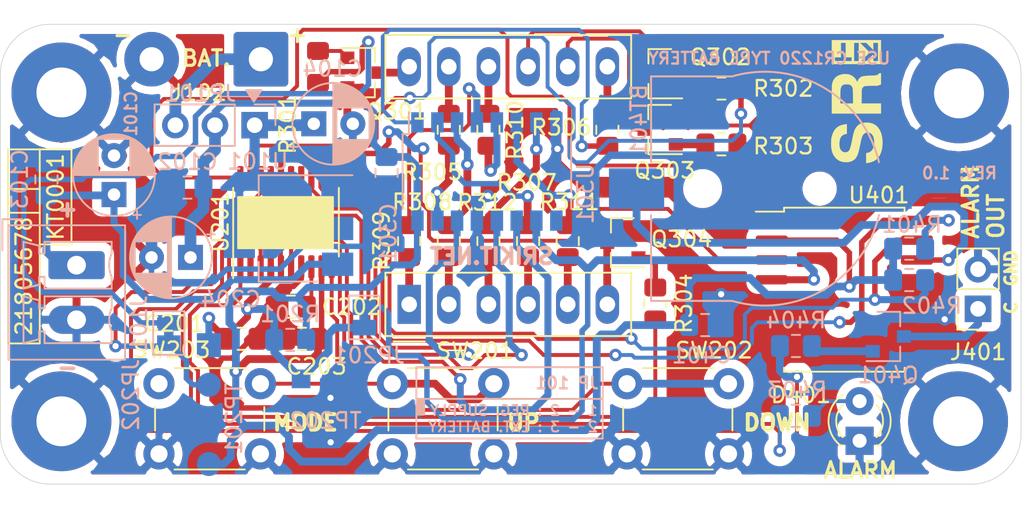
<source format=kicad_pcb>
(kicad_pcb (version 20171130) (host pcbnew 5.1.6-c6e7f7d~87~ubuntu20.04.1)
  (layers (0 F.Cu signal) (31 B.Cu signal hide) (34 B.Paste user hide) (35 F.Paste user) (36 B.SilkS user hide) (37 F.SilkS user) (38 B.Mask user hide) (39 F.Mask user) (44 Edge.Cuts user))
  (net 0 "")
  (net 1 GND)
  (net 2 "Net-(C101-Pad1)")
  (net 3 +3V3)
  (net 4 /REG-3V3)
  (net 5 /MCU-MASTER/MASTER-RESET)
  (net 6 "Net-(C202-Pad1)")
  (net 7 "Net-(D401-Pad2)")
  (net 8 "Net-(J102-Pad1)")
  (net 9 "Net-(J401-Pad1)")
  (net 10 RESET)
  (net 11 /MCU-MASTER/SWIM)
  (net 12 SEG1-DRV)
  (net 13 "Net-(Q301-Pad1)")
  (net 14 /SSD-DRIVER/LED-MOD1)
  (net 15 /SSD-DRIVER/LED-MOD2)
  (net 16 "Net-(Q302-Pad1)")
  (net 17 "Net-(Q303-Pad1)")
  (net 18 /SSD-DRIVER/LED-MOD3)
  (net 19 /SSD-DRIVER/LED-MOD4)
  (net 20 "Net-(Q304-Pad1)")
  (net 21 "Net-(Q401-Pad1)")
  (net 22 SEG2-DRV)
  (net 23 SEG3-DRV)
  (net 24 SEG4-DRV)
  (net 25 /SSD-DRIVER/LED-A)
  (net 26 /SSD-DRIVER/SEG-A)
  (net 27 /SSD-DRIVER/SEG-B)
  (net 28 /SSD-DRIVER/LED-B)
  (net 29 /SSD-DRIVER/LED-C)
  (net 30 /SSD-DRIVER/SEG-C)
  (net 31 /SSD-DRIVER/SEG-D)
  (net 32 /SSD-DRIVER/LED-D)
  (net 33 /SSD-DRIVER/LED-E)
  (net 34 /SSD-DRIVER/SEG-E)
  (net 35 /SSD-DRIVER/SEG-F)
  (net 36 /SSD-DRIVER/LED-F)
  (net 37 /SSD-DRIVER/LED-G)
  (net 38 /SSD-DRIVER/SEG-G)
  (net 39 /SSD-DRIVER/SEG-DP)
  (net 40 /SSD-DRIVER/LED-DP)
  (net 41 RTC-SCL)
  (net 42 RTC-SDA)
  (net 43 ALARM-LED)
  (net 44 ALARM-OUT)
  (net 45 /MCU-MASTER/BTN1)
  (net 46 /MCU-MASTER/BTN2)
  (net 47 /MCU-MASTER/BTN3)
  (net 48 SSD-SR-SER)
  (net 49 SSD-SR-RCLK)
  (net 50 SSD-SR-SRCLK)
  (net 51 RTC-INT)
  (net 52 +3V0)
  (module ssd-clock-module-footprint:srikit (layer F.Cu) (at 171.196 59.944 90)
    (fp_text reference G*** hide)
    (fp_text value LOGO hide)
  )
  (module Capacitor_THT:CP_Radial_D5.0mm_P2.50mm (layer B.Cu) (at 123.63 65.89 90)
    (fp_text reference C101 (at 5.184 1.084 270) (layer B.SilkS) (effects (font (size 0.75 0.75)) (justify mirror)))
    (fp_text value 10MFD)
    (pad 2 thru_hole circle (at 2.5 0 90) (size 1.6 1.6) (drill 0.8) (layers *.Cu *.Mask) (net 1 GND))
    (pad 1 thru_hole rect (at 0 0 90) (size 1.6 1.6) (drill 0.8) (layers *.Cu *.Mask) (net 2 "Net-(C101-Pad1)"))
  )
  (module Capacitor_SMD:C_0805_2012Metric_Pad1.15x1.40mm_HandSolder (layer B.Cu) (at 128.335 65.44 180)
    (fp_text reference C102 (at 0 1.65) (layer B.SilkS) (effects (justify mirror)))
    (fp_text value 0.1MFD)
    (pad 1 smd roundrect (at -1.025 0 180) (size 1.15 1.4) (layers B.Cu B.Paste B.Mask) (roundrect_rratio 0.217391) (net 3 +3V3))
    (pad 2 smd roundrect (at 1.025 0 180) (size 1.15 1.4) (layers B.Cu B.Paste B.Mask) (roundrect_rratio 0.217391) (net 1 GND))
  )
  (module Capacitor_SMD:C_0805_2012Metric_Pad1.15x1.40mm_HandSolder (layer B.Cu) (at 119.3 64.92 90)
    (fp_text reference C103 (at 0.02 -1.71 270) (layer B.SilkS) (effects (justify mirror)))
    (fp_text value 0.1MFD)
    (pad 2 smd roundrect (at 1.025 0 90) (size 1.15 1.4) (layers B.Cu B.Paste B.Mask) (roundrect_rratio 0.217391) (net 1 GND))
    (pad 1 smd roundrect (at -1.025 0 90) (size 1.15 1.4) (layers B.Cu B.Paste B.Mask) (roundrect_rratio 0.217391) (net 2 "Net-(C101-Pad1)"))
  )
  (module Capacitor_THT:CP_Radial_D5.0mm_P2.50mm (layer B.Cu) (at 136.43 61.35)
    (fp_text reference C104 (at 1.2 -3.53) (layer B.SilkS) (effects (justify mirror)))
    (fp_text value 4.7MFD)
    (pad 1 thru_hole rect (at 0 0) (size 1.6 1.6) (drill 0.8) (layers *.Cu *.Mask) (net 4 /REG-3V3))
    (pad 2 thru_hole circle (at 2.5 0) (size 1.6 1.6) (drill 0.8) (layers *.Cu *.Mask) (net 1 GND))
  )
  (module Capacitor_SMD:C_0805_2012Metric_Pad1.15x1.40mm_HandSolder (layer F.Cu) (at 131.805 75.14)
    (fp_text reference C201 (at -4.297 -0.972) (layer F.SilkS))
    (fp_text value 0.1MFD)
    (pad 2 smd roundrect (at 1.025 0) (size 1.15 1.4) (layers F.Cu F.Paste F.Mask) (roundrect_rratio 0.217391) (net 1 GND))
    (pad 1 smd roundrect (at -1.025 0) (size 1.15 1.4) (layers F.Cu F.Paste F.Mask) (roundrect_rratio 0.217391) (net 5 /MCU-MASTER/MASTER-RESET))
  )
  (module Capacitor_SMD:C_0805_2012Metric_Pad1.15x1.40mm_HandSolder (layer F.Cu) (at 135.675 75.14 180)
    (fp_text reference C203 (at -0.935 -1.78) (layer F.SilkS))
    (fp_text value 0.1MFD)
    (pad 1 smd roundrect (at -1.025 0 180) (size 1.15 1.4) (layers F.Cu F.Paste F.Mask) (roundrect_rratio 0.217391) (net 3 +3V3))
    (pad 2 smd roundrect (at 1.025 0 180) (size 1.15 1.4) (layers F.Cu F.Paste F.Mask) (roundrect_rratio 0.217391) (net 1 GND))
  )
  (module Capacitor_THT:CP_Radial_D5.0mm_P2.50mm (layer B.Cu) (at 128.53 69.92 180)
    (fp_text reference C204 (at -2.59 -2.68) (layer B.SilkS) (effects (justify mirror)))
    (fp_text value 1MFD)
    (pad 1 thru_hole rect (at 0 0 180) (size 1.6 1.6) (drill 0.8) (layers *.Cu *.Mask) (net 3 +3V3))
    (pad 2 thru_hole circle (at 2.5 0 180) (size 1.6 1.6) (drill 0.8) (layers *.Cu *.Mask) (net 1 GND))
  )
  (module Capacitor_SMD:C_0805_2012Metric_Pad1.15x1.40mm_HandSolder (layer B.Cu) (at 141.09 64.505 270)
    (fp_text reference C301 (at 3.865 -0.12 90) (layer B.SilkS) (effects (justify mirror)))
    (fp_text value 0.1MFD)
    (pad 1 smd roundrect (at -1.025 0 270) (size 1.15 1.4) (layers B.Cu B.Paste B.Mask) (roundrect_rratio 0.217391) (net 3 +3V3))
    (pad 2 smd roundrect (at 1.025 0 270) (size 1.15 1.4) (layers B.Cu B.Paste B.Mask) (roundrect_rratio 0.217391) (net 1 GND))
  )
  (module Capacitor_SMD:C_0805_2012Metric_Pad1.15x1.40mm_HandSolder (layer B.Cu) (at 161.505 74.26)
    (fp_text reference C401 (at -0.215 1.94) (layer B.SilkS) (effects (justify mirror)))
    (fp_text value 0.1MFD)
    (pad 2 smd roundrect (at 1.025 0) (size 1.15 1.4) (layers B.Cu B.Paste B.Mask) (roundrect_rratio 0.217391) (net 1 GND))
    (pad 1 smd roundrect (at -1.025 0) (size 1.15 1.4) (layers B.Cu B.Paste B.Mask) (roundrect_rratio 0.217391) (net 3 +3V3))
  )
  (module LED_THT:LED_D3.0mm (layer F.Cu) (at 171.4 81.68 90)
    (fp_text reference D401 (at 2.94 -3.76) (layer F.SilkS))
    (fp_text value LED)
    (pad 1 thru_hole rect (at 0 0 90) (size 1.8 1.8) (drill 0.9) (layers *.Cu *.Mask) (net 1 GND))
    (pad 2 thru_hole circle (at 2.54 0 90) (size 1.8 1.8) (drill 0.9) (layers *.Cu *.Mask) (net 7 "Net-(D401-Pad2)"))
  )
  (module Connector_Phoenix_MC:PhoenixContact_MCV_1,5_2-G-3.5_1x02_P3.50mm_Vertical (layer B.Cu) (at 121.23 70.42 270)
    (fp_text reference J101 (at 3.748 -3.992 270) (layer B.SilkS) (effects (justify mirror)))
    (fp_text value DC-IN)
    (pad 1 thru_hole roundrect (at 0 0 270) (size 1.8 3.6) (drill 1.2) (layers *.Cu *.Mask) (roundrect_rratio 0.138889) (net 2 "Net-(C101-Pad1)"))
    (pad 2 thru_hole oval (at 3.5 0 270) (size 1.8 3.6) (drill 1.2) (layers *.Cu *.Mask) (net 1 GND))
  )
  (module Connector_Wire:SolderWire-0.75sqmm_1x02_P7mm_D1.25mm_OD3.5mm (layer F.Cu) (at 133.04 57.21 180)
    (fp_text reference J102 (at 3.99 -2.15) (layer F.SilkS))
    (fp_text value BAT-IN)
    (pad 1 thru_hole roundrect (at 0 0 180) (size 3.5 3.5) (drill 1.55) (layers *.Cu *.Mask) (roundrect_rratio 0.07142900000000001) (net 8 "Net-(J102-Pad1)"))
    (pad 2 thru_hole circle (at 7 0 180) (size 3.5 3.5) (drill 1.55) (layers *.Cu *.Mask) (net 1 GND))
  )
  (module Connector_PinSocket_2.54mm:PinSocket_1x02_P2.54mm_Vertical (layer F.Cu) (at 178.99 73.22 180)
    (fp_text reference J401 (at 0 -2.77) (layer F.SilkS))
    (fp_text value OC-OUT)
    (pad 1 thru_hole rect (at 0 0 180) (size 1.7 1.7) (drill 1) (layers *.Cu *.Mask) (net 9 "Net-(J401-Pad1)"))
    (pad 2 thru_hole oval (at 0 2.54 180) (size 1.7 1.7) (drill 1) (layers *.Cu *.Mask) (net 1 GND))
  )
  (module Connector_PinSocket_2.54mm:PinSocket_1x03_P2.54mm_Vertical (layer B.Cu) (at 132.64 61.44 90)
    (fp_text reference JP101 (at 2.03 -3.49) (layer B.SilkS) (effects (justify mirror)))
    (fp_text value PWR-SRC)
    (pad 1 thru_hole rect (at 0 0 90) (size 1.7 1.7) (drill 1) (layers *.Cu *.Mask) (net 4 /REG-3V3))
    (pad 2 thru_hole oval (at 0 -2.54 90) (size 1.7 1.7) (drill 1) (layers *.Cu *.Mask) (net 3 +3V3))
    (pad 3 thru_hole oval (at 0 -5.08 90) (size 1.7 1.7) (drill 1) (layers *.Cu *.Mask) (net 8 "Net-(J102-Pad1)"))
  )
  (module Jumper:SolderJumper-2_P1.3mm_Bridged_Pad1.0x1.5mm (layer B.Cu) (at 139.67 73.77 90)
    (fp_text reference JP201 (at -2.43 0.284 180) (layer B.SilkS) (effects (justify mirror)))
    (fp_text value ICPJ)
    (fp_poly (pts (xy -0.25 0.3) (xy 0.25 0.3) (xy 0.25 -0.3) (xy -0.25 -0.3)) (layer B.Cu) (width 0))
    (pad 2 smd rect (at 0.65 0 90) (size 1 1.5) (layers B.Cu B.Mask) (net 10 RESET))
    (pad 1 smd rect (at -0.65 0 90) (size 1 1.5) (layers B.Cu B.Mask) (net 5 /MCU-MASTER/MASTER-RESET))
  )
  (module Jumper:SolderJumper-2_P1.3mm_Bridged_Pad1.0x1.5mm (layer B.Cu) (at 127.14 74.77 90)
    (fp_text reference JP202 (at -3.97 -2.426 270) (layer B.SilkS) (effects (justify mirror)))
    (fp_text value ICPJ)
    (fp_poly (pts (xy -0.25 0.3) (xy 0.25 0.3) (xy 0.25 -0.3) (xy -0.25 -0.3)) (layer B.Cu) (width 0))
    (pad 1 smd rect (at -0.65 0 90) (size 1 1.5) (layers B.Cu B.Mask) (net 11 /MCU-MASTER/SWIM))
    (pad 2 smd rect (at 0.65 0 90) (size 1 1.5) (layers B.Cu B.Mask) (net 12 SEG1-DRV))
  )
  (module Package_TO_SOT_SMD:SOT-23 (layer F.Cu) (at 139.58 58.07)
    (fp_text reference Q301 (at 2.18 2.49) (layer F.SilkS))
    (fp_text value MMBT3904)
    (pad 1 smd rect (at -1 -0.95) (size 0.9 0.8) (layers F.Cu F.Paste F.Mask) (net 13 "Net-(Q301-Pad1)"))
    (pad 2 smd rect (at -1 0.95) (size 0.9 0.8) (layers F.Cu F.Paste F.Mask) (net 1 GND))
    (pad 3 smd rect (at 1 0) (size 0.9 0.8) (layers F.Cu F.Paste F.Mask) (net 14 /SSD-DRIVER/LED-MOD1))
  )
  (module Package_TO_SOT_SMD:SOT-23 (layer F.Cu) (at 158.63 58.14 180)
    (fp_text reference Q302 (at -3.85 1.07) (layer F.SilkS))
    (fp_text value MMBT3904)
    (pad 3 smd rect (at 1 0 180) (size 0.9 0.8) (layers F.Cu F.Paste F.Mask) (net 15 /SSD-DRIVER/LED-MOD2))
    (pad 2 smd rect (at -1 0.95 180) (size 0.9 0.8) (layers F.Cu F.Paste F.Mask) (net 1 GND))
    (pad 1 smd rect (at -1 -0.95 180) (size 0.9 0.8) (layers F.Cu F.Paste F.Mask) (net 16 "Net-(Q302-Pad1)"))
  )
  (module Package_TO_SOT_SMD:SOT-23 (layer F.Cu) (at 158.62 61.72 180)
    (fp_text reference Q303 (at -0.3 -2.63) (layer F.SilkS))
    (fp_text value MMBT3904)
    (pad 1 smd rect (at -1 -0.95 180) (size 0.9 0.8) (layers F.Cu F.Paste F.Mask) (net 17 "Net-(Q303-Pad1)"))
    (pad 2 smd rect (at -1 0.95 180) (size 0.9 0.8) (layers F.Cu F.Paste F.Mask) (net 1 GND))
    (pad 3 smd rect (at 1 0 180) (size 0.9 0.8) (layers F.Cu F.Paste F.Mask) (net 18 /SSD-DRIVER/LED-MOD3))
  )
  (module Package_TO_SOT_SMD:SOT-23 (layer F.Cu) (at 156.23 68.98 180)
    (fp_text reference Q304 (at -3.77 0.23) (layer F.SilkS))
    (fp_text value MMBT3904)
    (pad 3 smd rect (at 1 0 180) (size 0.9 0.8) (layers F.Cu F.Paste F.Mask) (net 19 /SSD-DRIVER/LED-MOD4))
    (pad 2 smd rect (at -1 0.95 180) (size 0.9 0.8) (layers F.Cu F.Paste F.Mask) (net 1 GND))
    (pad 1 smd rect (at -1 -0.95 180) (size 0.9 0.8) (layers F.Cu F.Paste F.Mask) (net 20 "Net-(Q304-Pad1)"))
  )
  (module Package_TO_SOT_SMD:SOT-23 (layer B.Cu) (at 173.24 74.99)
    (fp_text reference Q401 (at -0.012 2.48) (layer B.SilkS) (effects (justify mirror)))
    (fp_text value MMBT3904)
    (pad 1 smd rect (at -1 0.95) (size 0.9 0.8) (layers B.Cu B.Paste B.Mask) (net 21 "Net-(Q401-Pad1)"))
    (pad 2 smd rect (at -1 -0.95) (size 0.9 0.8) (layers B.Cu B.Paste B.Mask) (net 1 GND))
    (pad 3 smd rect (at 1 0) (size 0.9 0.8) (layers B.Cu B.Paste B.Mask) (net 9 "Net-(J401-Pad1)"))
  )
  (module Resistor_SMD:R_0805_2012Metric_Pad1.15x1.40mm_HandSolder (layer B.Cu) (at 134.92 75.21 180)
    (fp_text reference R201 (at 0 1.65) (layer B.SilkS) (effects (justify mirror)))
    (fp_text value 10K)
    (pad 2 smd roundrect (at 1.025 0 180) (size 1.15 1.4) (layers B.Cu B.Paste B.Mask) (roundrect_rratio 0.217391) (net 5 /MCU-MASTER/MASTER-RESET))
    (pad 1 smd roundrect (at -1.025 0 180) (size 1.15 1.4) (layers B.Cu B.Paste B.Mask) (roundrect_rratio 0.217391) (net 3 +3V3))
  )
  (module Resistor_SMD:R_0805_2012Metric_Pad1.15x1.40mm_HandSolder (layer F.Cu) (at 136.7 57.705 270)
    (fp_text reference R301 (at 3.675 1.94 270) (layer F.SilkS))
    (fp_text value 10K)
    (pad 1 smd roundrect (at -1.025 0 270) (size 1.15 1.4) (layers F.Cu F.Paste F.Mask) (roundrect_rratio 0.217391) (net 13 "Net-(Q301-Pad1)"))
    (pad 2 smd roundrect (at 1.025 0 270) (size 1.15 1.4) (layers F.Cu F.Paste F.Mask) (roundrect_rratio 0.217391) (net 12 SEG1-DRV))
  )
  (module Resistor_SMD:R_0805_2012Metric_Pad1.15x1.40mm_HandSolder (layer F.Cu) (at 162.545 59.09)
    (fp_text reference R302 (at 3.965 0) (layer F.SilkS))
    (fp_text value 10K)
    (pad 2 smd roundrect (at 1.025 0) (size 1.15 1.4) (layers F.Cu F.Paste F.Mask) (roundrect_rratio 0.217391) (net 22 SEG2-DRV))
    (pad 1 smd roundrect (at -1.025 0) (size 1.15 1.4) (layers F.Cu F.Paste F.Mask) (roundrect_rratio 0.217391) (net 16 "Net-(Q302-Pad1)"))
  )
  (module Resistor_SMD:R_0805_2012Metric_Pad1.15x1.40mm_HandSolder (layer F.Cu) (at 162.545 62.67)
    (fp_text reference R303 (at 3.965 0.12) (layer F.SilkS))
    (fp_text value 10K)
    (pad 1 smd roundrect (at -1.025 0) (size 1.15 1.4) (layers F.Cu F.Paste F.Mask) (roundrect_rratio 0.217391) (net 17 "Net-(Q303-Pad1)"))
    (pad 2 smd roundrect (at 1.025 0) (size 1.15 1.4) (layers F.Cu F.Paste F.Mask) (roundrect_rratio 0.217391) (net 23 SEG3-DRV))
  )
  (module Resistor_SMD:R_0805_2012Metric_Pad1.15x1.40mm_HandSolder (layer F.Cu) (at 158.31 72.875 270)
    (fp_text reference R304 (at 0.005 -1.83 90) (layer F.SilkS))
    (fp_text value 10K)
    (pad 1 smd roundrect (at -1.025 0 270) (size 1.15 1.4) (layers F.Cu F.Paste F.Mask) (roundrect_rratio 0.217391) (net 20 "Net-(Q304-Pad1)"))
    (pad 2 smd roundrect (at 1.025 0 270) (size 1.15 1.4) (layers F.Cu F.Paste F.Mask) (roundrect_rratio 0.217391) (net 24 SEG4-DRV))
  )
  (module Resistor_SMD:R_0805_2012Metric_Pad1.15x1.40mm_HandSolder (layer F.Cu) (at 145.08 61.735 270)
    (fp_text reference R305 (at 2.715 1.062 180) (layer F.SilkS))
    (fp_text value 330R)
    (pad 1 smd roundrect (at -1.025 0 270) (size 1.15 1.4) (layers F.Cu F.Paste F.Mask) (roundrect_rratio 0.217391) (net 25 /SSD-DRIVER/LED-A))
    (pad 2 smd roundrect (at 1.025 0 270) (size 1.15 1.4) (layers F.Cu F.Paste F.Mask) (roundrect_rratio 0.217391) (net 26 /SSD-DRIVER/SEG-A))
  )
  (module Resistor_SMD:R_0805_2012Metric_Pad1.15x1.40mm_HandSolder (layer F.Cu) (at 155.24 61.735 270)
    (fp_text reference R306 (at -0.155 2.94 180) (layer F.SilkS))
    (fp_text value 330R)
    (pad 2 smd roundrect (at 1.025 0 270) (size 1.15 1.4) (layers F.Cu F.Paste F.Mask) (roundrect_rratio 0.217391) (net 27 /SSD-DRIVER/SEG-B))
    (pad 1 smd roundrect (at -1.025 0 270) (size 1.15 1.4) (layers F.Cu F.Paste F.Mask) (roundrect_rratio 0.217391) (net 28 /SSD-DRIVER/LED-B))
  )
  (module Resistor_SMD:R_0805_2012Metric_Pad1.15x1.40mm_HandSolder (layer F.Cu) (at 150.16 68.875 90)
    (fp_text reference R307 (at 3.755 -0.09 180) (layer F.SilkS))
    (fp_text value 330R)
    (pad 1 smd roundrect (at -1.025 0 90) (size 1.15 1.4) (layers F.Cu F.Paste F.Mask) (roundrect_rratio 0.217391) (net 29 /SSD-DRIVER/LED-C))
    (pad 2 smd roundrect (at 1.025 0 90) (size 1.15 1.4) (layers F.Cu F.Paste F.Mask) (roundrect_rratio 0.217391) (net 30 /SSD-DRIVER/SEG-C))
  )
  (module Resistor_SMD:R_0805_2012Metric_Pad1.15x1.40mm_HandSolder (layer F.Cu) (at 145.08 68.875 90)
    (fp_text reference R308 (at 2.505 -1.7 180) (layer F.SilkS))
    (fp_text value 330R)
    (pad 2 smd roundrect (at 1.025 0 90) (size 1.15 1.4) (layers F.Cu F.Paste F.Mask) (roundrect_rratio 0.217391) (net 31 /SSD-DRIVER/SEG-D))
    (pad 1 smd roundrect (at -1.025 0 90) (size 1.15 1.4) (layers F.Cu F.Paste F.Mask) (roundrect_rratio 0.217391) (net 32 /SSD-DRIVER/LED-D))
  )
  (module Resistor_SMD:R_0805_2012Metric_Pad1.15x1.40mm_HandSolder (layer F.Cu) (at 142.54 68.875 90)
    (fp_text reference R309 (at 0.015 -1.76 90) (layer F.SilkS))
    (fp_text value 330R)
    (pad 1 smd roundrect (at -1.025 0 90) (size 1.15 1.4) (layers F.Cu F.Paste F.Mask) (roundrect_rratio 0.217391) (net 33 /SSD-DRIVER/LED-E))
    (pad 2 smd roundrect (at 1.025 0 90) (size 1.15 1.4) (layers F.Cu F.Paste F.Mask) (roundrect_rratio 0.217391) (net 34 /SSD-DRIVER/SEG-E))
  )
  (module Resistor_SMD:R_0805_2012Metric_Pad1.15x1.40mm_HandSolder (layer F.Cu) (at 147.62 61.735 270)
    (fp_text reference R310 (at 0.015 -1.71 270) (layer F.SilkS))
    (fp_text value 330R)
    (pad 2 smd roundrect (at 1.025 0 270) (size 1.15 1.4) (layers F.Cu F.Paste F.Mask) (roundrect_rratio 0.217391) (net 35 /SSD-DRIVER/SEG-F))
    (pad 1 smd roundrect (at -1.025 0 270) (size 1.15 1.4) (layers F.Cu F.Paste F.Mask) (roundrect_rratio 0.217391) (net 36 /SSD-DRIVER/LED-F))
  )
  (module Resistor_SMD:R_0805_2012Metric_Pad1.15x1.40mm_HandSolder (layer F.Cu) (at 152.7 68.875 90)
    (fp_text reference R311 (at 2.505 0.11 180) (layer F.SilkS))
    (fp_text value 330R)
    (pad 1 smd roundrect (at -1.025 0 90) (size 1.15 1.4) (layers F.Cu F.Paste F.Mask) (roundrect_rratio 0.217391) (net 37 /SSD-DRIVER/LED-G))
    (pad 2 smd roundrect (at 1.025 0 90) (size 1.15 1.4) (layers F.Cu F.Paste F.Mask) (roundrect_rratio 0.217391) (net 38 /SSD-DRIVER/SEG-G))
  )
  (module Resistor_SMD:R_0805_2012Metric_Pad1.15x1.40mm_HandSolder (layer F.Cu) (at 147.62 68.875 90)
    (fp_text reference R312 (at 2.475 -0.08 180) (layer F.SilkS))
    (fp_text value 330R)
    (pad 2 smd roundrect (at 1.025 0 90) (size 1.15 1.4) (layers F.Cu F.Paste F.Mask) (roundrect_rratio 0.217391) (net 39 /SSD-DRIVER/SEG-DP))
    (pad 1 smd roundrect (at -1.025 0 90) (size 1.15 1.4) (layers F.Cu F.Paste F.Mask) (roundrect_rratio 0.217391) (net 40 /SSD-DRIVER/LED-DP))
  )
  (module Resistor_SMD:R_0805_2012Metric_Pad1.15x1.40mm_HandSolder (layer B.Cu) (at 174.575 69.36)
    (fp_text reference R401 (at 0.177 -1.542) (layer B.SilkS) (effects (justify mirror)))
    (fp_text value 4.7K)
    (pad 1 smd roundrect (at -1.025 0) (size 1.15 1.4) (layers B.Cu B.Paste B.Mask) (roundrect_rratio 0.217391) (net 3 +3V3))
    (pad 2 smd roundrect (at 1.025 0) (size 1.15 1.4) (layers B.Cu B.Paste B.Mask) (roundrect_rratio 0.217391) (net 41 RTC-SCL))
  )
  (module Resistor_SMD:R_0805_2012Metric_Pad1.15x1.40mm_HandSolder (layer B.Cu) (at 174.575 71.37)
    (fp_text reference R402 (at 1.447 1.65) (layer B.SilkS) (effects (justify mirror)))
    (fp_text value 4.7K)
    (pad 2 smd roundrect (at 1.025 0) (size 1.15 1.4) (layers B.Cu B.Paste B.Mask) (roundrect_rratio 0.217391) (net 42 RTC-SDA))
    (pad 1 smd roundrect (at -1.025 0) (size 1.15 1.4) (layers B.Cu B.Paste B.Mask) (roundrect_rratio 0.217391) (net 3 +3V3))
  )
  (module Resistor_SMD:R_0805_2012Metric_Pad1.15x1.40mm_HandSolder (layer B.Cu) (at 167.315 80.08 180)
    (fp_text reference R403 (at -0.071 1.65 180) (layer B.SilkS) (effects (justify mirror)))
    (fp_text value 560R)
    (pad 2 smd roundrect (at 1.025 0 180) (size 1.15 1.4) (layers B.Cu B.Paste B.Mask) (roundrect_rratio 0.217391) (net 43 ALARM-LED))
    (pad 1 smd roundrect (at -1.025 0 180) (size 1.15 1.4) (layers B.Cu B.Paste B.Mask) (roundrect_rratio 0.217391) (net 7 "Net-(D401-Pad2)"))
  )
  (module Resistor_SMD:R_0805_2012Metric_Pad1.15x1.40mm_HandSolder (layer B.Cu) (at 167.32 75.6 180)
    (fp_text reference R404 (at 0 1.65) (layer B.SilkS) (effects (justify mirror)))
    (fp_text value 10K)
    (pad 1 smd roundrect (at -1.025 0 180) (size 1.15 1.4) (layers B.Cu B.Paste B.Mask) (roundrect_rratio 0.217391) (net 21 "Net-(Q401-Pad1)"))
    (pad 2 smd roundrect (at 1.025 0 180) (size 1.15 1.4) (layers B.Cu B.Paste B.Mask) (roundrect_rratio 0.217391) (net 44 ALARM-OUT))
  )
  (module Button_Switch_THT:SW_PUSH_6mm (layer F.Cu) (at 141.46 78.02)
    (fp_text reference SW201 (at 5.31 -2.11) (layer F.SilkS))
    (fp_text value B3F-1000)
    (pad 2 thru_hole circle (at 0 4.5 90) (size 2 2) (drill 1.1) (layers *.Cu *.Mask) (net 1 GND))
    (pad 1 thru_hole circle (at 0 0 90) (size 2 2) (drill 1.1) (layers *.Cu *.Mask) (net 45 /MCU-MASTER/BTN1))
    (pad 2 thru_hole circle (at 6.5 4.5 90) (size 2 2) (drill 1.1) (layers *.Cu *.Mask) (net 1 GND))
    (pad 1 thru_hole circle (at 6.5 0 90) (size 2 2) (drill 1.1) (layers *.Cu *.Mask) (net 45 /MCU-MASTER/BTN1))
  )
  (module Button_Switch_THT:SW_PUSH_6mm (layer F.Cu) (at 156.5 78.02)
    (fp_text reference SW202 (at 5.57 -2.14) (layer F.SilkS))
    (fp_text value B3F-1000)
    (pad 1 thru_hole circle (at 6.5 0 90) (size 2 2) (drill 1.1) (layers *.Cu *.Mask) (net 46 /MCU-MASTER/BTN2))
    (pad 2 thru_hole circle (at 6.5 4.5 90) (size 2 2) (drill 1.1) (layers *.Cu *.Mask) (net 1 GND))
    (pad 1 thru_hole circle (at 0 0 90) (size 2 2) (drill 1.1) (layers *.Cu *.Mask) (net 46 /MCU-MASTER/BTN2))
    (pad 2 thru_hole circle (at 0 4.5 90) (size 2 2) (drill 1.1) (layers *.Cu *.Mask) (net 1 GND))
  )
  (module Button_Switch_THT:SW_PUSH_6mm (layer F.Cu) (at 126.51 78.02)
    (fp_text reference SW203 (at 0.82 -2.16) (layer F.SilkS))
    (fp_text value B3F-1000)
    (pad 2 thru_hole circle (at 0 4.5 90) (size 2 2) (drill 1.1) (layers *.Cu *.Mask) (net 1 GND))
    (pad 0 thru_hole circle (at 0 0 90) (size 2 2) (drill 1.1) (layers *.Cu *.Mask))
    (pad 2 thru_hole circle (at 6.5 4.5 90) (size 2 2) (drill 1.1) (layers *.Cu *.Mask) (net 1 GND))
    (pad 1 thru_hole circle (at 6.5 0 90) (size 2 2) (drill 1.1) (layers *.Cu *.Mask) (net 47 /MCU-MASTER/BTN3))
  )
  (module ssd-clock-module-footprint:pogo-2.54mmx4 (layer B.Cu) (at 129.71 75.55 270)
    (fp_text reference TP201 (at 4.714 -1.608 90) (layer B.SilkS) (effects (justify mirror)))
    (fp_text value ICP)
    (pad 1 smd rect (at 0 0 270) (size 1.54 1.54) (layers B.Cu B.Paste B.Mask) (net 5 /MCU-MASTER/MASTER-RESET))
    (pad 2 smd circle (at 2.54 0 270) (size 1.54 1.54) (layers B.Cu B.Paste B.Mask) (net 11 /MCU-MASTER/SWIM))
    (pad 3 smd circle (at 5.08 0 270) (size 1.54 1.54) (layers B.Cu B.Paste B.Mask) (net 1 GND))
    (pad 4 smd circle (at 7.62 0 270) (size 1.54 1.54) (layers B.Cu B.Paste B.Mask) (net 3 +3V3))
  )
  (module ssd-clock-module-footprint:TestPoint-1.5mmx2 (layer B.Cu) (at 137.52 77.71)
    (fp_text reference TP202 (at -0.34 2.68) (layer B.SilkS) (effects (justify mirror)))
    (fp_text value RESET)
    (pad 1 smd rect (at -1.905 0) (size 1.2 1.2) (layers B.Cu B.Paste B.Mask) (net 5 /MCU-MASTER/MASTER-RESET))
    (pad 2 smd circle (at 0 0) (size 1.2 1.2) (layers B.Cu B.Paste B.Mask) (net 1 GND))
  )
  (module Package_TO_SOT_SMD:SOT-223-3_TabPin2 (layer B.Cu) (at 134.81 68.06 180)
    (fp_text reference U101 (at 1.97 4.29) (layer B.SilkS) (effects (justify mirror)))
    (fp_text value AMS1117-3.3)
    (pad 2 smd rect (at 3.15 0 180) (size 2 3.8) (layers B.Cu B.Paste B.Mask) (net 4 /REG-3V3))
    (pad 2 smd rect (at -3.15 0 180) (size 2 1.5) (layers B.Cu B.Paste B.Mask) (net 4 /REG-3V3))
    (pad 3 smd rect (at -3.15 -2.3 180) (size 2 1.5) (layers B.Cu B.Paste B.Mask) (net 2 "Net-(C101-Pad1)"))
    (pad 1 smd rect (at -3.15 2.3 180) (size 2 1.5) (layers B.Cu B.Paste B.Mask) (net 1 GND))
  )
  (module Package_SO:TSSOP-20_4.4x6.5mm_P0.65mm (layer F.Cu) (at 134.65 67.66 90)
    (fp_text reference U201 (at 0 -4.2 90) (layer F.SilkS))
    (fp_text value STM8S103F3P3)
    (pad 1 smd roundrect (at -2.8625 -2.925 90) (size 1.475 0.4) (layers F.Cu F.Paste F.Mask) (net 24 SEG4-DRV))
    (pad 2 smd roundrect (at -2.8625 -2.275 90) (size 1.475 0.4) (layers F.Cu F.Paste F.Mask) (net 43 ALARM-LED))
    (pad 3 smd roundrect (at -2.8625 -1.625 90) (size 1.475 0.4) (layers F.Cu F.Paste F.Mask) (net 44 ALARM-OUT))
    (pad 4 smd roundrect (at -2.8625 -0.975 90) (size 1.475 0.4) (layers F.Cu F.Paste F.Mask) (net 5 /MCU-MASTER/MASTER-RESET))
    (pad 5 smd roundrect (at -2.8625 -0.325 90) (size 1.475 0.4) (layers F.Cu F.Paste F.Mask) (net 45 /MCU-MASTER/BTN1))
    (pad 6 smd roundrect (at -2.8625 0.325 90) (size 1.475 0.4) (layers F.Cu F.Paste F.Mask) (net 46 /MCU-MASTER/BTN2))
    (pad 7 smd roundrect (at -2.8625 0.975 90) (size 1.475 0.4) (layers F.Cu F.Paste F.Mask) (net 1 GND))
    (pad 8 smd roundrect (at -2.8625 1.625 90) (size 1.475 0.4) (layers F.Cu F.Paste F.Mask) (net 6 "Net-(C202-Pad1)"))
    (pad 9 smd roundrect (at -2.8625 2.275 90) (size 1.475 0.4) (layers F.Cu F.Paste F.Mask) (net 3 +3V3))
    (pad 10 smd roundrect (at -2.8625 2.925 90) (size 1.475 0.4) (layers F.Cu F.Paste F.Mask) (net 47 /MCU-MASTER/BTN3))
    (pad 11 smd roundrect (at 2.8625 2.925 90) (size 1.475 0.4) (layers F.Cu F.Paste F.Mask) (net 42 RTC-SDA))
    (pad 12 smd roundrect (at 2.8625 2.275 90) (size 1.475 0.4) (layers F.Cu F.Paste F.Mask) (net 41 RTC-SCL))
    (pad 13 smd roundrect (at 2.8625 1.625 90) (size 1.475 0.4) (layers F.Cu F.Paste F.Mask) (net 48 SSD-SR-SER))
    (pad 14 smd roundrect (at 2.8625 0.975 90) (size 1.475 0.4) (layers F.Cu F.Paste F.Mask) (net 49 SSD-SR-RCLK))
    (pad 15 smd roundrect (at 2.8625 0.325 90) (size 1.475 0.4) (layers F.Cu F.Paste F.Mask) (net 50 SSD-SR-SRCLK))
    (pad 16 smd roundrect (at 2.8625 -0.325 90) (size 1.475 0.4) (layers F.Cu F.Paste F.Mask) (net 51 RTC-INT))
    (pad 17 smd roundrect (at 2.8625 -0.975 90) (size 1.475 0.4) (layers F.Cu F.Paste F.Mask))
    (pad 18 smd roundrect (at 2.8625 -1.625 90) (size 1.475 0.4) (layers F.Cu F.Paste F.Mask) (net 11 /MCU-MASTER/SWIM))
    (pad 19 smd roundrect (at 2.8625 -2.275 90) (size 1.475 0.4) (layers F.Cu F.Paste F.Mask) (net 22 SEG2-DRV))
    (pad 20 smd roundrect (at 2.8625 -2.925 90) (size 1.475 0.4) (layers F.Cu F.Paste F.Mask) (net 23 SEG3-DRV))
  )
  (module Package_SO:SOP-16_4.4x10.4mm_P1.27mm (layer B.Cu) (at 147.52 64.41 270)
    (fp_text reference U301 (at 1.42 -6.32 270) (layer B.SilkS) (effects (justify mirror)))
    (fp_text value 74HC595)
    (pad 1 smd rect (at -3.15 4.45 270) (size 1.3 0.8) (layers B.Cu B.Paste B.Mask) (net 27 /SSD-DRIVER/SEG-B))
    (pad 2 smd rect (at -3.15 3.17 270) (size 1.3 0.8) (layers B.Cu B.Paste B.Mask) (net 30 /SSD-DRIVER/SEG-C))
    (pad 3 smd rect (at -3.15 1.91 270) (size 1.3 0.8) (layers B.Cu B.Paste B.Mask) (net 31 /SSD-DRIVER/SEG-D))
    (pad 4 smd rect (at -3.15 0.64 270) (size 1.3 0.8) (layers B.Cu B.Paste B.Mask) (net 34 /SSD-DRIVER/SEG-E))
    (pad 5 smd rect (at -3.15 -0.64 270) (size 1.3 0.8) (layers B.Cu B.Paste B.Mask) (net 35 /SSD-DRIVER/SEG-F))
    (pad 6 smd rect (at -3.15 -1.91 270) (size 1.3 0.8) (layers B.Cu B.Paste B.Mask) (net 38 /SSD-DRIVER/SEG-G))
    (pad 7 smd rect (at -3.15 -3.17 270) (size 1.3 0.8) (layers B.Cu B.Paste B.Mask) (net 39 /SSD-DRIVER/SEG-DP))
    (pad 8 smd rect (at -3.15 -4.45 270) (size 1.3 0.8) (layers B.Cu B.Paste B.Mask) (net 1 GND))
    (pad 9 smd rect (at 3.15 -4.45 270) (size 1.3 0.8) (layers B.Cu B.Paste B.Mask))
    (pad 10 smd rect (at 3.15 -3.17 270) (size 1.3 0.8) (layers B.Cu B.Paste B.Mask) (net 10 RESET))
    (pad 11 smd rect (at 3.15 -1.91 270) (size 1.3 0.8) (layers B.Cu B.Paste B.Mask) (net 50 SSD-SR-SRCLK))
    (pad 12 smd rect (at 3.15 -0.64 270) (size 1.3 0.8) (layers B.Cu B.Paste B.Mask) (net 49 SSD-SR-RCLK))
    (pad 13 smd rect (at 3.15 0.64 270) (size 1.3 0.8) (layers B.Cu B.Paste B.Mask) (net 1 GND))
    (pad 14 smd rect (at 3.15 1.91 270) (size 1.3 0.8) (layers B.Cu B.Paste B.Mask) (net 48 SSD-SR-SER))
    (pad 15 smd rect (at 3.15 3.17 270) (size 1.3 0.8) (layers B.Cu B.Paste B.Mask) (net 26 /SSD-DRIVER/SEG-A))
    (pad 16 smd rect (at 3.15 4.45 270) (size 1.3 0.8) (layers B.Cu B.Paste B.Mask) (net 3 +3V3))
  )
  (module ssd-clock-module-footprint:CC56-12GWA (layer F.Cu) (at 142.54 72.93 90)
    (fp_text reference U302 hide)
    (fp_text value CC56-12GWA)
    (pad 1 thru_hole rect (at 0 0 90) (size 2.5 1.5) (drill 1) (layers *.Cu *.Mask) (net 33 /SSD-DRIVER/LED-E))
    (pad 2 thru_hole oval (at 0 2.54 90) (size 2.5 1.5) (drill 1) (layers *.Cu *.Mask) (net 32 /SSD-DRIVER/LED-D))
    (pad 3 thru_hole oval (at 0 5.08 90) (size 2.5 1.5) (drill 1) (layers *.Cu *.Mask) (net 40 /SSD-DRIVER/LED-DP))
    (pad 4 thru_hole oval (at 0 7.62 90) (size 2.5 1.5) (drill 1) (layers *.Cu *.Mask) (net 29 /SSD-DRIVER/LED-C))
    (pad 5 thru_hole oval (at 0 10.16 90) (size 2.5 1.5) (drill 1) (layers *.Cu *.Mask) (net 37 /SSD-DRIVER/LED-G))
    (pad 6 thru_hole oval (at 0 12.7 90) (size 2.5 1.5) (drill 1) (layers *.Cu *.Mask) (net 19 /SSD-DRIVER/LED-MOD4))
    (pad 7 thru_hole oval (at 15.24 12.7 90) (size 2.5 1.5) (drill 1) (layers *.Cu *.Mask) (net 28 /SSD-DRIVER/LED-B))
    (pad 8 thru_hole oval (at 15.24 10.16 90) (size 2.5 1.5) (drill 1) (layers *.Cu *.Mask) (net 18 /SSD-DRIVER/LED-MOD3))
    (pad 9 thru_hole oval (at 15.24 7.62 90) (size 2.5 1.5) (drill 1) (layers *.Cu *.Mask) (net 15 /SSD-DRIVER/LED-MOD2))
    (pad 10 thru_hole oval (at 15.24 5.08 90) (size 2.5 1.5) (drill 1) (layers *.Cu *.Mask) (net 36 /SSD-DRIVER/LED-F))
    (pad 11 thru_hole oval (at 15.24 2.54 90) (size 2.5 1.5) (drill 1) (layers *.Cu *.Mask) (net 25 /SSD-DRIVER/LED-A))
    (pad 12 thru_hole oval (at 15.24 0 90) (size 2.5 1.5) (drill 1) (layers *.Cu *.Mask) (net 14 /SSD-DRIVER/LED-MOD1))
  )
  (module Package_SO:SOIC-16W_7.5x10.3mm_P1.27mm (layer F.Cu) (at 170.42 71.99)
    (fp_text reference U401 (at 2.22 -6.06) (layer F.SilkS))
    (fp_text value DS3231M)
    (pad 1 smd roundrect (at -4.65 -4.445) (size 2.05 0.6) (layers F.Cu F.Paste F.Mask))
    (pad 2 smd roundrect (at -4.65 -3.175) (size 2.05 0.6) (layers F.Cu F.Paste F.Mask) (net 3 +3V3))
    (pad 3 smd roundrect (at -4.65 -1.905) (size 2.05 0.6) (layers F.Cu F.Paste F.Mask) (net 51 RTC-INT))
    (pad 4 smd roundrect (at -4.65 -0.635) (size 2.05 0.6) (layers F.Cu F.Paste F.Mask) (net 10 RESET))
    (pad 5 smd roundrect (at -4.65 0.635) (size 2.05 0.6) (layers F.Cu F.Paste F.Mask) (net 1 GND))
    (pad 6 smd roundrect (at -4.65 1.905) (size 2.05 0.6) (layers F.Cu F.Paste F.Mask) (net 1 GND))
    (pad 7 smd roundrect (at -4.65 3.175) (size 2.05 0.6) (layers F.Cu F.Paste F.Mask) (net 1 GND))
    (pad 8 smd roundrect (at -4.65 4.445) (size 2.05 0.6) (layers F.Cu F.Paste F.Mask) (net 1 GND))
    (pad 9 smd roundrect (at 4.65 4.445) (size 2.05 0.6) (layers F.Cu F.Paste F.Mask) (net 1 GND))
    (pad 10 smd roundrect (at 4.65 3.175) (size 2.05 0.6) (layers F.Cu F.Paste F.Mask) (net 1 GND))
    (pad 11 smd roundrect (at 4.65 1.905) (size 2.05 0.6) (layers F.Cu F.Paste F.Mask) (net 1 GND))
    (pad 12 smd roundrect (at 4.65 0.635) (size 2.05 0.6) (layers F.Cu F.Paste F.Mask) (net 1 GND))
    (pad 13 smd roundrect (at 4.65 -0.635) (size 2.05 0.6) (layers F.Cu F.Paste F.Mask) (net 1 GND))
    (pad 14 smd roundrect (at 4.65 -1.905) (size 2.05 0.6) (layers F.Cu F.Paste F.Mask) (net 52 +3V0))
    (pad 15 smd roundrect (at 4.65 -3.175) (size 2.05 0.6) (layers F.Cu F.Paste F.Mask) (net 42 RTC-SDA))
    (pad 16 smd roundrect (at 4.65 -4.445) (size 2.05 0.6) (layers F.Cu F.Paste F.Mask) (net 41 RTC-SCL))
  )
  (module MountingHole:MountingHole_3.2mm_M3_Pad (layer F.Cu) (at 120.26 59.34)
    (fp_text reference H101 hide)
    (fp_text value "M3 - MountingHole" hide)
    (pad 1 thru_hole circle (at 0 0) (size 6.4 6.4) (drill 3.2) (layers *.Cu *.Mask) (net 1 GND))
  )
  (module MountingHole:MountingHole_3.2mm_M3_Pad (layer F.Cu) (at 120.26 80.43)
    (fp_text reference H102 hide)
    (fp_text value "M3 - MountingHole" hide)
    (pad 1 thru_hole circle (at 0 0) (size 6.4 6.4) (drill 3.2) (layers *.Cu *.Mask) (net 1 GND))
  )
  (module MountingHole:MountingHole_3.2mm_M3_Pad (layer F.Cu) (at 177.77 59.4)
    (fp_text reference H103 hide)
    (fp_text value "M3 - MountingHole" hide)
    (pad 1 thru_hole circle (at 0 0) (size 6.4 6.4) (drill 3.2) (layers *.Cu *.Mask) (net 1 GND))
  )
  (module MountingHole:MountingHole_3.2mm_M3_Pad (layer F.Cu) (at 177.71 80.43)
    (fp_text reference H104 hide)
    (fp_text value "M3 - MountingHole" hide)
    (pad 1 thru_hole circle (at 0 0) (size 6.4 6.4) (drill 3.2) (layers *.Cu *.Mask) (net 1 GND))
  )
  (module ssd-clock-module-footprint:MPD_BC501SM-TR (layer B.Cu) (at 165.34 65.51 180)
    (fp_text reference BT401 (at 8.08 4.39 90) (layer B.SilkS) (effects (justify mirror)))
    (fp_text value BC501SM-TR)
    (fp_text user - (at -11.14 -0.52) (layer B.SilkS) (effects (font (size 1.12 1.12) (thickness 0.015)) (justify mirror)))
    (fp_text user + (at 10.49 -0.57) (layer B.SilkS) (effects (font (size 0.8 0.8) (thickness 0.015)) (justify mirror)))
    (pad None np_thru_hole circle (at 4 0 180) (size 1.3 1.3) (drill 1.3) (layers *.Cu *.Mask))
    (pad None np_thru_hole circle (at -3.5 0 180) (size 1 1) (drill 1) (layers *.Cu *.Mask))
    (pad 1 smd rect (at 8.23 0 180) (size 3.54 2.6) (layers B.Cu B.Paste B.Mask) (net 52 +3V0))
    (pad 2 smd rect (at -7.57 0 180) (size 3.66 2.6) (layers B.Cu B.Paste B.Mask) (net 1 GND))
  )
  (module Capacitor_SMD:C_0805_2012Metric_Pad1.15x1.40mm_HandSolder (layer F.Cu) (at 134.955 73.08 180)
    (fp_text reference C202 (at -3.905 -0.01) (layer F.SilkS))
    (fp_text value 1MFD)
    (pad 1 smd roundrect (at -1.025 0 180) (size 1.15 1.4) (layers F.Cu F.Paste F.Mask) (roundrect_rratio 0.217391) (net 6 "Net-(C202-Pad1)"))
    (pad 2 smd roundrect (at 1.025 0 180) (size 1.15 1.4) (layers F.Cu F.Paste F.Mask) (roundrect_rratio 0.217391) (net 1 GND))
  )
  (gr_arc (start 119.540046 58.160001) (end 119.520047 54.970002) (angle -89.46117689) (layer Edge.Cuts) (width 0.05))
  (gr_arc (start 178.55 58.160046) (end 181.739999 58.140047) (angle -89.46117689) (layer Edge.Cuts) (width 0.05))
  (gr_arc (start 178.549954 81.269999) (end 178.569953 84.459998) (angle -89.46117689) (layer Edge.Cuts) (width 0.05))
  (gr_arc (start 119.540001 81.269954) (end 116.350002 81.289953) (angle -89.46117689) (layer Edge.Cuts) (width 0.05))
  (gr_line (start 120.904 62.992) (end 118.872 62.992) (layer F.SilkS) (width 0.12))
  (gr_line (start 120.904 69.088) (end 120.904 62.992) (layer F.SilkS) (width 0.12))
  (gr_line (start 120.65 69.088) (end 120.904 69.088) (layer F.SilkS) (width 0.12))
  (gr_line (start 118.872 69.088) (end 120.65 69.088) (layer F.SilkS) (width 0.12))
  (gr_text KT0001 (at 119.888 66.04 90) (layer F.SilkS) (effects (font (size 1 1))))
  (gr_line (start 118.872 62.992) (end 118.872 65.532) (layer F.SilkS) (width 0.12))
  (gr_line (start 116.84 62.992) (end 118.872 62.992) (layer F.SilkS) (width 0.12))
  (gr_line (start 116.84 65.532) (end 116.84 62.992) (layer F.SilkS) (width 0.12))
  (gr_line (start 116.84 67.056) (end 118.872 67.056) (layer F.SilkS) (width 0.12))
  (gr_line (start 116.84 65.532) (end 116.84 75.438) (layer F.SilkS) (width 0.12))
  (gr_line (start 118.872 65.532) (end 116.84 65.532) (layer F.SilkS) (width 0.12))
  (gr_line (start 118.872 75.438) (end 118.872 65.532) (layer F.SilkS) (width 0.12))
  (gr_line (start 116.84 75.438) (end 118.87 75.438) (layer F.SilkS) (width 0.12))
  (gr_text 21805678 (at 117.856 71.12 90) (layer F.SilkS) (effects (font (size 1 1))))
  (gr_text "REV: 1.0" (at 177.8 64.516) (layer B.SilkS) (effects (font (size 0.75 0.75)) (justify mirror)))
  (gr_text SRIKIT.NET (at 147.828 69.85) (layer B.SilkS) (effects (font (size 1 1) (thickness 0.25)) (justify mirror)))
  (gr_text "USE CR1220 TYPE BATTERY" (at 165.608 57.15) (layer B.SilkS) (effects (font (size 0.75 0.75)) (justify mirror)))
  (gr_poly (pts (xy 143.51 80.01) (xy 143.002 80.01) (xy 143.002 78.994) (xy 143.51 78.994)) (layer B.SilkS) (width 0.1))
  (gr_line (start 143.002 76.962) (end 154.94 76.962) (layer B.SilkS) (width 0.12))
  (gr_line (start 154.94 81.534) (end 143.002 81.534) (layer B.SilkS) (width 0.12))
  (gr_line (start 154.94 78.994) (end 143.002 78.994) (layer B.SilkS) (width 0.12))
  (gr_line (start 143.002 81.534) (end 143.002 76.962) (layer B.SilkS) (width 0.12))
  (gr_line (start 154.94 76.962) (end 154.94 81.534) (layer B.SilkS) (width 0.12))
  (gr_text "1 - 2 : REG. SUPPLY\n2 - 3 : EXT. BATTERY" (at 154.686 80.264) (layer B.SilkS) (effects (font (size 0.65 0.65) (thickness 0.125)) (justify left mirror)))
  (gr_text "JP 101" (at 152.654 77.978) (layer B.SilkS) (effects (font (size 0.75 0.75)) (justify mirror)))
  (gr_poly (pts (xy 132.588 59.944) (xy 132.08 59.182) (xy 133.096 59.182)) (layer B.SilkS) (width 0.1))
  (gr_text - (at 120.65 76.962) (layer B.SilkS) (effects (font (size 1 1) (thickness 0.25)) (justify mirror)))
  (gr_text + (at 120.65 66.802) (layer B.SilkS) (effects (font (size 1 1) (thickness 0.25)) (justify mirror)))
  (gr_text DOWN (at 166.116 80.518) (layer F.SilkS) (effects (font (size 1 1) (thickness 0.25))))
  (gr_text UP (at 149.86 80.518) (layer F.SilkS) (effects (font (size 1 1) (thickness 0.25))))
  (gr_text MODE (at 135.89 80.518) (layer F.SilkS) (effects (font (size 1 1) (thickness 0.25))))
  (gr_poly (pts (xy 137.668 69.342) (xy 131.572 69.342) (xy 131.572 66.04) (xy 137.668 66.04)) (layer F.SilkS) (width 0.1))
  (gr_text GND (at 181.102 70.612 90) (layer F.SilkS) (effects (font (size 0.75 0.75) (thickness 0.1875))))
  (gr_text C (at 181.102 73.152 90) (layer F.SilkS) (effects (font (size 0.75 0.75) (thickness 0.1875))))
  (gr_text "ALARM \nOUT" (at 179.324 68.834 90) (layer F.SilkS) (effects (font (size 1 1) (thickness 0.2)) (justify left)))
  (gr_text ALARM (at 171.45 83.566) (layer F.SilkS) (effects (font (size 1 1) (thickness 0.2))))
  (gr_text BAT. (at 129.54 57.15) (layer F.SilkS) (effects (font (size 1 1) (thickness 0.2))))
  (gr_text - (at 124.206 55.626) (layer F.SilkS) (effects (font (size 1 1) (thickness 0.2))))
  (gr_text + (at 135.382 55.626) (layer F.SilkS) (effects (font (size 1 1) (thickness 0.2))))
  (gr_line (start 116.350002 81.289953) (end 116.35 58.15) (layer Edge.Cuts) (width 0.05))
  (gr_line (start 178.569953 84.459998) (end 119.53 84.46) (layer Edge.Cuts) (width 0.05))
  (gr_line (start 181.739999 58.140047) (end 181.74 81.28) (layer Edge.Cuts) (width 0.05))
  (gr_line (start 119.520047 54.970002) (end 178.560001 54.97) (layer Edge.Cuts) (width 0.05))
  (segment (start 165.77 72.625) (end 165.77 73.895) (width 0.25) (layer F.Cu) (net 1))
  (segment (start 165.77 73.895) (end 165.77 75.165) (width 0.25) (layer F.Cu) (net 1))
  (segment (start 165.77 75.165) (end 165.77 76.435) (width 0.25) (layer F.Cu) (net 1))
  (segment (start 175.07 72.625) (end 175.07 73.895) (width 0.25) (layer F.Cu) (net 1))
  (segment (start 175.07 73.895) (end 175.07 75.165) (width 0.25) (layer F.Cu) (net 1))
  (segment (start 175.07 75.165) (end 175.07 76.435) (width 0.25) (layer F.Cu) (net 1))
  (segment (start 123.125 63.895) (end 123.63 63.39) (width 0.25) (layer B.Cu) (net 1))
  (via (at 147.59 65.97) (size 0.8) (drill 0.4) (layers F.Cu B.Cu) (net 1))
  (via (at 152.04 62.96) (size 0.8) (drill 0.4) (layers F.Cu B.Cu) (net 1))
  (segment (start 175.07 71.355) (end 175.07 72.625) (width 0.25) (layer F.Cu) (net 1))
  (segment (start 159.62 60.77) (end 161.93 60.77) (width 0.25) (layer F.Cu) (net 1))
  (segment (start 161.93 60.77) (end 162.62 61.46) (width 0.25) (layer F.Cu) (net 1))
  (segment (start 162.62 61.46) (end 164.37 61.46) (width 0.25) (layer F.Cu) (net 1))
  (segment (start 164.37 61.46) (end 164.95 60.88) (width 0.25) (layer F.Cu) (net 1))
  (segment (start 164.95 60.88) (end 164.95 57.67) (width 0.25) (layer F.Cu) (net 1))
  (segment (start 164.95 57.67) (end 164.47 57.19) (width 0.25) (layer F.Cu) (net 1))
  (segment (start 164.87 61.96) (end 164.37 61.46) (width 0.25) (layer F.Cu) (net 1))
  (segment (start 164.87 63.92) (end 164.87 61.96) (width 0.25) (layer F.Cu) (net 1))
  (segment (start 122.35 82.52) (end 120.26 80.43) (width 0.25) (layer B.Cu) (net 1))
  (segment (start 165.19 83.47) (end 171.04 83.47) (width 0.25) (layer B.Cu) (net 1))
  (segment (start 171.4 83.11) (end 171.4 81.68) (width 0.25) (layer B.Cu) (net 1))
  (segment (start 171.04 83.47) (end 171.4 83.11) (width 0.25) (layer B.Cu) (net 1))
  (segment (start 176.46 81.68) (end 177.71 80.43) (width 0.25) (layer B.Cu) (net 1))
  (segment (start 177.71 80.43) (end 180.7 80.43) (width 0.25) (layer B.Cu) (net 1))
  (segment (start 162.53 74.26) (end 162.53 72.28) (width 0.25) (layer B.Cu) (net 1))
  (via (at 162.53 72.28) (size 0.8) (drill 0.4) (layers F.Cu B.Cu) (net 1))
  (via (at 176.85 73.89) (size 0.8) (drill 0.4) (layers F.Cu B.Cu) (net 1))
  (segment (start 121.23 73.92) (end 118.08 73.92) (width 0.25) (layer B.Cu) (net 1))
  (segment (start 121.23 79.46) (end 120.26 80.43) (width 0.25) (layer B.Cu) (net 1))
  (via (at 137.5 78.93) (size 0.8) (drill 0.4) (layers F.Cu B.Cu) (net 1))
  (segment (start 137.52 78.91) (end 137.5 78.93) (width 0.25) (layer B.Cu) (net 1))
  (segment (start 137.52 77.71) (end 137.52 78.91) (width 0.25) (layer B.Cu) (net 1))
  (segment (start 137.5 78.93) (end 137.5 81.57) (width 0.25) (layer B.Cu) (net 1))
  (via (at 137.51 81.775) (size 0.8) (drill 0.4) (layers F.Cu B.Cu) (net 1))
  (segment (start 137.5 81.765) (end 137.51 81.775) (width 0.25) (layer B.Cu) (net 1))
  (segment (start 137.5 81.57) (end 137.5 81.765) (width 0.25) (layer B.Cu) (net 1))
  (segment (start 136.765 82.52) (end 136.69 82.52) (width 0.25) (layer F.Cu) (net 1))
  (segment (start 175.07 71.355) (end 175.07 76.435) (width 0.5) (layer F.Cu) (net 1))
  (segment (start 165.77 72.625) (end 165.77 76.435) (width 0.5) (layer F.Cu) (net 1))
  (segment (start 165.77 76.435) (end 175.07 76.435) (width 0.5) (layer F.Cu) (net 1))
  (segment (start 175.075 73.89) (end 175.07 73.895) (width 0.5) (layer F.Cu) (net 1))
  (segment (start 176.85 73.89) (end 175.075 73.89) (width 0.5) (layer F.Cu) (net 1))
  (segment (start 162.875 72.625) (end 162.53 72.28) (width 0.5) (layer F.Cu) (net 1))
  (segment (start 165.77 72.625) (end 162.875 72.625) (width 0.5) (layer F.Cu) (net 1))
  (segment (start 158.72 68.03) (end 159.88 69.19) (width 0.5) (layer F.Cu) (net 1))
  (segment (start 157.23 68.03) (end 158.72 68.03) (width 0.5) (layer F.Cu) (net 1))
  (segment (start 159.88 71.15) (end 161.01 72.28) (width 0.5) (layer F.Cu) (net 1))
  (segment (start 159.88 69.19) (end 159.88 71.15) (width 0.5) (layer F.Cu) (net 1))
  (segment (start 162.53 72.28) (end 161.01 72.28) (width 0.5) (layer F.Cu) (net 1))
  (segment (start 147.59 65.966814) (end 148.948407 64.608407) (width 0.5) (layer F.Cu) (net 1))
  (segment (start 147.59 65.97) (end 147.59 65.966814) (width 0.5) (layer F.Cu) (net 1))
  (segment (start 148.948407 61.561593) (end 149.5 61.01) (width 0.5) (layer F.Cu) (net 1))
  (segment (start 148.948407 64.608407) (end 148.948407 61.561593) (width 0.5) (layer F.Cu) (net 1))
  (segment (start 151.55 61.01) (end 152.04 61.5) (width 0.5) (layer F.Cu) (net 1))
  (segment (start 149.5 61.01) (end 151.55 61.01) (width 0.5) (layer F.Cu) (net 1))
  (segment (start 152.04 62.96) (end 152.04 61.5) (width 0.5) (layer F.Cu) (net 1))
  (segment (start 152.04 63.82) (end 153.61 65.39) (width 0.5) (layer F.Cu) (net 1))
  (segment (start 152.04 62.96) (end 152.04 63.82) (width 0.5) (layer F.Cu) (net 1))
  (segment (start 153.61 65.39) (end 158.82 65.39) (width 0.5) (layer F.Cu) (net 1))
  (segment (start 158.82 65.39) (end 160.49 67.06) (width 0.5) (layer F.Cu) (net 1))
  (segment (start 160.49 67.06) (end 163.55 67.06) (width 0.5) (layer F.Cu) (net 1))
  (segment (start 163.55 67.06) (end 164.30999 66.30001) (width 0.5) (layer F.Cu) (net 1))
  (segment (start 164.30999 64.48001) (end 164.87 63.92) (width 0.5) (layer F.Cu) (net 1))
  (segment (start 164.30999 66.30001) (end 164.30999 64.48001) (width 0.5) (layer F.Cu) (net 1))
  (segment (start 178.99 64.74) (end 178.41 64.16) (width 0.5) (layer F.Cu) (net 1))
  (segment (start 178.99 70.68) (end 178.99 64.74) (width 0.5) (layer F.Cu) (net 1))
  (segment (start 165.11 64.16) (end 164.87 63.92) (width 0.5) (layer F.Cu) (net 1))
  (segment (start 178.41 64.16) (end 165.11 64.16) (width 0.5) (layer F.Cu) (net 1))
  (segment (start 138.58 61) (end 138.93 61.35) (width 0.5) (layer F.Cu) (net 1))
  (segment (start 138.58 59.02) (end 138.58 61) (width 0.5) (layer F.Cu) (net 1))
  (segment (start 134.65 73.8) (end 133.93 73.08) (width 0.5) (layer F.Cu) (net 1))
  (segment (start 134.65 75.14) (end 134.65 73.8) (width 0.5) (layer F.Cu) (net 1))
  (segment (start 132.83 75.14) (end 134.65 75.14) (width 0.5) (layer F.Cu) (net 1))
  (segment (start 135.126768 71.78) (end 134.31 71.78) (width 0.35) (layer F.Cu) (net 1))
  (segment (start 135.625 71.281768) (end 135.126768 71.78) (width 0.35) (layer F.Cu) (net 1))
  (segment (start 135.625 70.5225) (end 135.625 71.281768) (width 0.35) (layer F.Cu) (net 1))
  (segment (start 134.31 71.78) (end 133.93 72.16) (width 0.35) (layer F.Cu) (net 1))
  (segment (start 133.93 72.16) (end 133.93 73.08) (width 0.35) (layer F.Cu) (net 1))
  (segment (start 130.57 76.38) (end 130.25 76.7) (width 0.35) (layer F.Cu) (net 1))
  (segment (start 131.1989 76.38) (end 130.57 76.38) (width 0.35) (layer F.Cu) (net 1))
  (segment (start 132.4389 75.14) (end 131.1989 76.38) (width 0.35) (layer F.Cu) (net 1))
  (segment (start 132.83 75.14) (end 132.4389 75.14) (width 0.35) (layer F.Cu) (net 1))
  (segment (start 121.23 79.46) (end 120.26 80.43) (width 0.5) (layer F.Cu) (net 1))
  (segment (start 130.25 78.96) (end 130.86497 79.57497) (width 0.35) (layer F.Cu) (net 1))
  (segment (start 130.25 77.94) (end 130.25 78.96) (width 0.35) (layer F.Cu) (net 1))
  (segment (start 130.25 76.7) (end 130.25 77.94) (width 0.35) (layer F.Cu) (net 1))
  (segment (start 130.25 77.94) (end 130.25 78.7) (width 0.35) (layer F.Cu) (net 1))
  (segment (start 136.85503 79.57497) (end 137.5 78.93) (width 0.35) (layer F.Cu) (net 1))
  (segment (start 130.86497 79.57497) (end 136.85503 79.57497) (width 0.35) (layer F.Cu) (net 1))
  (segment (start 124.14 63.39) (end 123.63 63.39) (width 0.65) (layer F.Cu) (net 1))
  (segment (start 120.26 62.25) (end 120.26 59.34) (width 0.65) (layer F.Cu) (net 1))
  (segment (start 138.93 64.25) (end 140.44 65.76) (width 0.5) (layer B.Cu) (net 1))
  (segment (start 138.93 61.35) (end 138.93 64.25) (width 0.5) (layer B.Cu) (net 1))
  (segment (start 140.44 65.76) (end 140.86 65.76) (width 0.25) (layer B.Cu) (net 1))
  (segment (start 137.96 65.76) (end 140.44 65.76) (width 0.25) (layer B.Cu) (net 1))
  (segment (start 140.86 65.76) (end 141.09 65.53) (width 0.5) (layer B.Cu) (net 1))
  (segment (start 178.32 65.51) (end 178.99 66.18) (width 0.5) (layer B.Cu) (net 1))
  (segment (start 172.91 65.51) (end 178.32 65.51) (width 0.5) (layer B.Cu) (net 1))
  (segment (start 178.99 66.18) (end 178.99 70.68) (width 0.5) (layer B.Cu) (net 1))
  (segment (start 172.39 73.89) (end 172.24 74.04) (width 0.45) (layer B.Cu) (net 1))
  (segment (start 176.85 73.89) (end 172.39 73.89) (width 0.45) (layer B.Cu) (net 1))
  (segment (start 137.52 81.765) (end 137.51 81.775) (width 0.45) (layer B.Cu) (net 1))
  (segment (start 137.52 77.71) (end 137.52 81.765) (width 0.45) (layer B.Cu) (net 1))
  (segment (start 127.06 80.63) (end 126.51 81.18) (width 0.45) (layer B.Cu) (net 1))
  (segment (start 129.71 80.63) (end 127.06 80.63) (width 0.45) (layer B.Cu) (net 1))
  (segment (start 126.51 81.18) (end 126.51 82.52) (width 0.45) (layer B.Cu) (net 1))
  (segment (start 129.99001 71.52999) (end 130.85 70.67) (width 0.25) (layer B.Cu) (net 1))
  (segment (start 126.03 66.72) (end 127.31 65.44) (width 0.75) (layer B.Cu) (net 1))
  (segment (start 126.03 69.92) (end 126.03 66.72) (width 0.75) (layer B.Cu) (net 1))
  (segment (start 119.3 60.3) (end 120.26 59.34) (width 0.75) (layer B.Cu) (net 1))
  (segment (start 126.04 57.21) (end 125.02 58.23) (width 0.75) (layer B.Cu) (net 1))
  (segment (start 155.434998 63.35) (end 170.75 63.35) (width 0.45) (layer B.Cu) (net 1))
  (segment (start 170.75 63.35) (end 172.91 65.51) (width 0.45) (layer B.Cu) (net 1))
  (segment (start 154.174998 64.61) (end 155.434998 63.35) (width 0.45) (layer B.Cu) (net 1))
  (segment (start 152.74 64.61) (end 154.174998 64.61) (width 0.45) (layer B.Cu) (net 1))
  (segment (start 152.04 63.91) (end 152.74 64.61) (width 0.45) (layer B.Cu) (net 1))
  (segment (start 152.04 62.96) (end 152.04 63.91) (width 0.45) (layer B.Cu) (net 1))
  (segment (start 152.04 61.33) (end 151.97 61.26) (width 0.45) (layer B.Cu) (net 1))
  (segment (start 152.04 62.96) (end 152.04 61.33) (width 0.45) (layer B.Cu) (net 1))
  (segment (start 146.88 66.68) (end 147.59 65.97) (width 0.45) (layer B.Cu) (net 1))
  (segment (start 146.88 67.56) (end 146.88 66.68) (width 0.45) (layer B.Cu) (net 1))
  (segment (start 141.09 68.73) (end 140.61 69.21) (width 0.35) (layer B.Cu) (net 1))
  (segment (start 141.09 65.53) (end 141.09 68.73) (width 0.35) (layer B.Cu) (net 1))
  (segment (start 135.72 69.21) (end 134.26 70.67) (width 0.35) (layer B.Cu) (net 1))
  (segment (start 140.61 69.21) (end 135.72 69.21) (width 0.35) (layer B.Cu) (net 1))
  (segment (start 130.85 70.67) (end 130.04001 71.47999) (width 0.35) (layer B.Cu) (net 1))
  (segment (start 134.26 70.67) (end 130.85 70.67) (width 0.35) (layer B.Cu) (net 1))
  (segment (start 126.39999 71.47999) (end 126.03 71.11) (width 0.35) (layer B.Cu) (net 1))
  (segment (start 130.04001 71.47999) (end 126.39999 71.47999) (width 0.35) (layer B.Cu) (net 1))
  (segment (start 126.03 71.11) (end 126.03 69.92) (width 0.35) (layer B.Cu) (net 1))
  (segment (start 121.23 73.92) (end 118.34 73.92) (width 0.45) (layer B.Cu) (net 1))
  (segment (start 117.22 72.83499) (end 117.22 64.51501) (width 0.5) (layer B.Cu) (net 1))
  (segment (start 118.34 73.92) (end 117.25499 72.83499) (width 0.45) (layer B.Cu) (net 1))
  (segment (start 138.255 82.52) (end 137.51 81.775) (width 0.5) (layer F.Cu) (net 1))
  (segment (start 136.765 82.52) (end 137.51 81.775) (width 0.5) (layer F.Cu) (net 1))
  (segment (start 123.575 65.945) (end 123.63 65.89) (width 0.5) (layer B.Cu) (net 2))
  (segment (start 119.3 65.945) (end 123.575 65.945) (width 0.5) (layer B.Cu) (net 2))
  (segment (start 120.16 70.42) (end 121.23 70.42) (width 0.5) (layer B.Cu) (net 2))
  (segment (start 119.3 69.56) (end 120.16 70.42) (width 0.5) (layer B.Cu) (net 2))
  (segment (start 119.3 65.945) (end 119.3 69.56) (width 0.5) (layer B.Cu) (net 2))
  (segment (start 136.08 70.36) (end 137.96 70.36) (width 0.45) (layer B.Cu) (net 2))
  (segment (start 131.2 71.35) (end 135.09 71.35) (width 0.45) (layer B.Cu) (net 2))
  (segment (start 125.78 72.61) (end 129.94 72.61) (width 0.45) (layer B.Cu) (net 2))
  (segment (start 135.09 71.35) (end 136.08 70.36) (width 0.45) (layer B.Cu) (net 2))
  (segment (start 124.22 71.05) (end 125.78 72.61) (width 0.45) (layer B.Cu) (net 2))
  (segment (start 129.94 72.61) (end 131.2 71.35) (width 0.45) (layer B.Cu) (net 2))
  (segment (start 124.22 68.36) (end 124.22 71.05) (width 0.45) (layer B.Cu) (net 2))
  (segment (start 123.63 67.77) (end 124.22 68.36) (width 0.45) (layer B.Cu) (net 2))
  (segment (start 123.63 65.89) (end 123.63 67.77) (width 0.45) (layer B.Cu) (net 2))
  (via (at 170.745 71.785) (size 0.8) (drill 0.4) (layers F.Cu B.Cu) (net 3))
  (via (at 131.43 77.24) (size 0.8) (drill 0.4) (layers F.Cu B.Cu) (net 3))
  (segment (start 131.44 80.1) (end 132.05 80.71) (width 0.25) (layer B.Cu) (net 3))
  (segment (start 160.294999 74.074999) (end 160.48 74.26) (width 0.25) (layer B.Cu) (net 3))
  (segment (start 136.93001 74.90999) (end 136.7 75.14) (width 0.35) (layer F.Cu) (net 3))
  (segment (start 136.93001 71.35001) (end 136.93001 74.90999) (width 0.35) (layer F.Cu) (net 3))
  (segment (start 136.925 71.345) (end 136.93001 71.35001) (width 0.35) (layer F.Cu) (net 3))
  (segment (start 136.925 70.5225) (end 136.925 71.345) (width 0.35) (layer F.Cu) (net 3))
  (segment (start 132.23 76.44) (end 136.33 76.44) (width 0.5) (layer F.Cu) (net 3))
  (segment (start 131.43 77.24) (end 132.23 76.44) (width 0.5) (layer F.Cu) (net 3))
  (segment (start 136.7 76.07) (end 136.33 76.44) (width 0.5) (layer F.Cu) (net 3))
  (segment (start 136.7 75.14) (end 136.7 76.07) (width 0.5) (layer F.Cu) (net 3))
  (segment (start 173.55 69.36) (end 173.55 71.37) (width 0.5) (layer B.Cu) (net 3))
  (segment (start 171.16 71.37) (end 170.745 71.785) (width 0.5) (layer B.Cu) (net 3))
  (segment (start 173.55 71.37) (end 171.16 71.37) (width 0.5) (layer B.Cu) (net 3))
  (segment (start 160.48 71.64) (end 160.48 74.26) (width 0.5) (layer B.Cu) (net 3))
  (segment (start 160.88 71.24) (end 160.48 71.64) (width 0.5) (layer B.Cu) (net 3))
  (segment (start 164.38 71.24) (end 160.88 71.24) (width 0.5) (layer B.Cu) (net 3))
  (segment (start 165.46 72.32) (end 164.38 71.24) (width 0.5) (layer B.Cu) (net 3))
  (segment (start 169.27 72.32) (end 165.46 72.32) (width 0.5) (layer B.Cu) (net 3))
  (segment (start 169.805 71.785) (end 169.27 72.32) (width 0.5) (layer B.Cu) (net 3))
  (segment (start 170.745 71.785) (end 169.805 71.785) (width 0.5) (layer B.Cu) (net 3))
  (segment (start 135.945 73.065) (end 135.38 72.5) (width 0.45) (layer B.Cu) (net 3))
  (segment (start 135.945 75.21) (end 135.945 73.065) (width 0.45) (layer B.Cu) (net 3))
  (segment (start 140.08 71.84) (end 136.04 71.84) (width 0.45) (layer B.Cu) (net 3))
  (segment (start 141.52 70.4) (end 140.08 71.84) (width 0.45) (layer B.Cu) (net 3))
  (segment (start 142.69 70.4) (end 141.52 70.4) (width 0.45) (layer B.Cu) (net 3))
  (segment (start 143.07 70.02) (end 142.69 70.4) (width 0.45) (layer B.Cu) (net 3))
  (segment (start 136.04 71.84) (end 135.38 72.5) (width 0.45) (layer B.Cu) (net 3))
  (segment (start 143.07 67.56) (end 143.07 70.02) (width 0.45) (layer B.Cu) (net 3))
  (segment (start 131.43 80.09) (end 132.05 80.71) (width 0.45) (layer B.Cu) (net 3))
  (segment (start 131.43 77.24) (end 131.43 80.09) (width 0.45) (layer B.Cu) (net 3))
  (segment (start 131.42 81.34) (end 132.05 80.71) (width 0.45) (layer B.Cu) (net 3))
  (segment (start 143.07 64.12) (end 142.43 63.48) (width 0.5) (layer B.Cu) (net 3))
  (segment (start 143.07 67.56) (end 143.07 64.12) (width 0.5) (layer B.Cu) (net 3))
  (segment (start 142.43 63.48) (end 141.09 63.48) (width 0.5) (layer B.Cu) (net 3))
  (segment (start 129.36 63.76) (end 129.36 66.83) (width 0.5) (layer B.Cu) (net 3))
  (segment (start 129.255 66.935) (end 129.36 66.83) (width 0.25) (layer B.Cu) (net 3))
  (segment (start 130.1 60.61) (end 130.68 60.03) (width 0.45) (layer B.Cu) (net 3))
  (segment (start 130.1 61.44) (end 130.1 60.61) (width 0.45) (layer B.Cu) (net 3))
  (segment (start 139.68 60.03) (end 140.27499 60.62499) (width 0.45) (layer B.Cu) (net 3))
  (segment (start 130.68 60.03) (end 139.68 60.03) (width 0.45) (layer B.Cu) (net 3))
  (segment (start 140.27499 60.62499) (end 140.27499 62.66499) (width 0.45) (layer B.Cu) (net 3))
  (segment (start 140.27499 62.66499) (end 141.09 63.48) (width 0.45) (layer B.Cu) (net 3))
  (segment (start 135.38 72.5) (end 134.16 72.5) (width 0.5) (layer B.Cu) (net 3))
  (segment (start 134.16 72.5) (end 133.76 72.1) (width 0.5) (layer B.Cu) (net 3))
  (segment (start 133.76 72.1) (end 131.62 72.1) (width 0.5) (layer B.Cu) (net 3))
  (segment (start 131.62 72.1) (end 131.02 72.7) (width 0.5) (layer B.Cu) (net 3))
  (segment (start 131.02 74.11) (end 131.44 74.53) (width 0.5) (layer B.Cu) (net 3))
  (segment (start 131.02 72.7) (end 131.02 74.11) (width 0.5) (layer B.Cu) (net 3))
  (segment (start 131.44 74.53) (end 131.44 80.1) (width 0.25) (layer B.Cu) (net 3))
  (segment (start 131.44 77.23) (end 131.43 77.24) (width 0.5) (layer B.Cu) (net 3))
  (segment (start 131.44 74.53) (end 131.44 77.23) (width 0.5) (layer B.Cu) (net 3))
  (segment (start 134.13 80.71) (end 134.84 81.42) (width 0.5) (layer B.Cu) (net 3))
  (segment (start 132.05 80.71) (end 134.13 80.71) (width 0.5) (layer B.Cu) (net 3))
  (segment (start 134.84 81.42) (end 134.84 81.62) (width 0.25) (layer B.Cu) (net 3))
  (segment (start 134.84 81.93) (end 134.84 81.42) (width 0.5) (layer B.Cu) (net 3))
  (segment (start 134.84 81.62) (end 134.84 81.93) (width 0.5) (layer B.Cu) (net 3))
  (segment (start 131.11 82.71) (end 130.65 83.17) (width 0.5) (layer B.Cu) (net 3))
  (segment (start 131.11 81.65) (end 131.11 82.71) (width 0.5) (layer B.Cu) (net 3))
  (segment (start 131.42 81.34) (end 131.11 81.65) (width 0.5) (layer B.Cu) (net 3))
  (segment (start 130.65 83.17) (end 129.71 83.17) (width 0.5) (layer B.Cu) (net 3))
  (segment (start 131.11 81.65) (end 132.05 80.71) (width 0.5) (layer B.Cu) (net 3))
  (segment (start 128.53 67.66) (end 129.255 66.935) (width 0.75) (layer B.Cu) (net 3))
  (segment (start 128.53 69.92) (end 128.53 67.66) (width 0.75) (layer B.Cu) (net 3))
  (segment (start 129.36 65.44) (end 129.36 66.83) (width 0.75) (layer B.Cu) (net 3))
  (segment (start 129.36 63.76) (end 130.1 63.02) (width 0.75) (layer B.Cu) (net 3))
  (segment (start 129.36 65.44) (end 129.36 63.76) (width 0.75) (layer B.Cu) (net 3))
  (segment (start 130.1 61.44) (end 130.1 63.02) (width 0.75) (layer B.Cu) (net 3))
  (segment (start 135.64 83.01) (end 134.84 82.21) (width 0.5) (layer B.Cu) (net 3))
  (segment (start 140.46 81) (end 138.45 83.01) (width 0.5) (layer B.Cu) (net 3))
  (segment (start 154.56 80.31) (end 153.87 81) (width 0.5) (layer B.Cu) (net 3))
  (segment (start 134.84 82.21) (end 134.84 81.93) (width 0.5) (layer B.Cu) (net 3))
  (segment (start 154.56 75.15) (end 154.56 80.31) (width 0.5) (layer B.Cu) (net 3))
  (segment (start 154.85 74.86) (end 154.56 75.15) (width 0.5) (layer B.Cu) (net 3))
  (segment (start 153.87 81) (end 140.46 81) (width 0.5) (layer B.Cu) (net 3))
  (segment (start 155.83 74.86) (end 154.85 74.86) (width 0.5) (layer B.Cu) (net 3))
  (segment (start 156.43 74.26) (end 155.83 74.86) (width 0.5) (layer B.Cu) (net 3))
  (segment (start 138.45 83.01) (end 135.64 83.01) (width 0.5) (layer B.Cu) (net 3))
  (segment (start 160.48 74.26) (end 156.43 74.26) (width 0.5) (layer B.Cu) (net 3))
  (segment (start 170.745 71.785) (end 170.745 69.625) (width 0.35) (layer F.Cu) (net 3))
  (segment (start 169.935 68.815) (end 165.77 68.815) (width 0.35) (layer F.Cu) (net 3))
  (segment (start 170.745 69.625) (end 169.935 68.815) (width 0.35) (layer F.Cu) (net 3))
  (segment (start 136.34 61.44) (end 136.43 61.35) (width 0.75) (layer B.Cu) (net 4))
  (segment (start 132.64 61.44) (end 136.34 61.44) (width 0.75) (layer B.Cu) (net 4))
  (segment (start 132.64 61.44) (end 132.64 64.96) (width 0.65) (layer B.Cu) (net 4))
  (segment (start 137.96 68.06) (end 135.55 68.06) (width 0.65) (layer B.Cu) (net 4))
  (segment (start 135.26 77.71) (end 135.615 77.71) (width 0.25) (layer B.Cu) (net 5))
  (via (at 132.18 73.23) (size 0.8) (drill 0.4) (layers F.Cu B.Cu) (net 5))
  (via (at 129.71 73.81) (size 0.8) (drill 0.4) (layers F.Cu B.Cu) (net 5))
  (segment (start 129.71 75.55) (end 129.71 73.81) (width 0.45) (layer B.Cu) (net 5))
  (segment (start 135.615 77.71) (end 137.38 75.945) (width 0.5) (layer B.Cu) (net 5))
  (segment (start 137.38 74.84) (end 137.8 74.42) (width 0.5) (layer B.Cu) (net 5))
  (segment (start 137.38 75.945) (end 137.38 74.84) (width 0.5) (layer B.Cu) (net 5))
  (segment (start 137.8 74.42) (end 139.67 74.42) (width 0.5) (layer B.Cu) (net 5))
  (segment (start 133.34 73.23) (end 133.895 73.785) (width 0.5) (layer B.Cu) (net 5))
  (segment (start 132.18 73.23) (end 133.34 73.23) (width 0.5) (layer B.Cu) (net 5))
  (segment (start 133.895 73.785) (end 133.895 75.21) (width 0.5) (layer B.Cu) (net 5))
  (segment (start 133.895 75.99) (end 135.615 77.71) (width 0.5) (layer B.Cu) (net 5))
  (segment (start 133.895 75.21) (end 133.895 75.99) (width 0.5) (layer B.Cu) (net 5))
  (segment (start 132.18 72.84748) (end 132.18 73.23) (width 0.45) (layer F.Cu) (net 5))
  (segment (start 133.675 71.35248) (end 132.18 72.84748) (width 0.45) (layer F.Cu) (net 5))
  (segment (start 133.675 70.5225) (end 133.675 71.35248) (width 0.45) (layer F.Cu) (net 5))
  (segment (start 132.18 73.74) (end 130.78 75.14) (width 0.45) (layer F.Cu) (net 5))
  (segment (start 132.18 73.23) (end 132.18 73.74) (width 0.45) (layer F.Cu) (net 5))
  (segment (start 129.71 74.07) (end 130.78 75.14) (width 0.45) (layer F.Cu) (net 5))
  (segment (start 129.71 73.81) (end 129.71 74.07) (width 0.45) (layer F.Cu) (net 5))
  (segment (start 136.275 72.785) (end 135.98 73.08) (width 0.25) (layer F.Cu) (net 6))
  (segment (start 136.275 70.5225) (end 136.275 72.785) (width 0.25) (layer F.Cu) (net 6))
  (segment (start 169.28 79.14) (end 168.34 80.08) (width 0.25) (layer B.Cu) (net 7))
  (segment (start 171.4 79.14) (end 169.28 79.14) (width 0.25) (layer B.Cu) (net 7))
  (segment (start 127.56 59.79) (end 130.14 57.21) (width 0.75) (layer B.Cu) (net 8))
  (segment (start 127.56 61.44) (end 127.56 59.79) (width 0.75) (layer B.Cu) (net 8))
  (segment (start 130.14 57.21) (end 133.04 57.21) (width 0.75) (layer B.Cu) (net 8))
  (segment (start 178.19 74.99) (end 178.99 74.19) (width 0.5) (layer B.Cu) (net 9))
  (segment (start 174.24 74.99) (end 178.19 74.99) (width 0.5) (layer B.Cu) (net 9))
  (segment (start 178.99 73.22) (end 178.99 74.19) (width 0.5) (layer B.Cu) (net 9))
  (via (at 168.47 71.33) (size 0.8) (drill 0.4) (layers F.Cu B.Cu) (net 10))
  (segment (start 164.93 70.1) (end 154.59 70.1) (width 0.25) (layer B.Cu) (net 10))
  (segment (start 164.64 70.1) (end 164.93 70.1) (width 0.25) (layer B.Cu) (net 10))
  (segment (start 164.93 70.1) (end 167.76 70.1) (width 0.25) (layer B.Cu) (net 10))
  (segment (start 150.69 68.83) (end 151.96 70.1) (width 0.5) (layer B.Cu) (net 10))
  (segment (start 150.69 67.56) (end 150.69 68.83) (width 0.5) (layer B.Cu) (net 10))
  (segment (start 151.96 70.1) (end 153.37 70.1) (width 0.5) (layer B.Cu) (net 10))
  (segment (start 167.76 70.1) (end 168.47 70.81) (width 0.5) (layer B.Cu) (net 10))
  (segment (start 154.59 70.1) (end 167.76 70.1) (width 0.5) (layer B.Cu) (net 10))
  (segment (start 168.47 70.81) (end 168.47 71.33) (width 0.5) (layer B.Cu) (net 10))
  (segment (start 154.59 70.1) (end 153.98 70.71) (width 0.5) (layer B.Cu) (net 10))
  (segment (start 153.37 70.1) (end 153.98 70.71) (width 0.5) (layer B.Cu) (net 10))
  (segment (start 153.98 70.71) (end 153.98 74.26) (width 0.35) (layer B.Cu) (net 10))
  (segment (start 153.98 74.26) (end 153.62 74.62) (width 0.35) (layer B.Cu) (net 10))
  (segment (start 153.62 79.74) (end 153.06 80.3) (width 0.35) (layer B.Cu) (net 10))
  (segment (start 153.62 74.62) (end 153.62 79.74) (width 0.35) (layer B.Cu) (net 10))
  (segment (start 151.06001 80.29001) (end 144.78001 80.29001) (width 0.35) (layer B.Cu) (net 10))
  (segment (start 151.07 80.3) (end 151.06001 80.29001) (width 0.35) (layer B.Cu) (net 10))
  (segment (start 153.06 80.3) (end 151.07 80.3) (width 0.35) (layer B.Cu) (net 10))
  (segment (start 144.78001 80.29001) (end 143.68 79.19) (width 0.35) (layer B.Cu) (net 10))
  (segment (start 143.68 76.75) (end 143.16 76.23) (width 0.35) (layer B.Cu) (net 10))
  (segment (start 143.68 79.19) (end 143.68 76.75) (width 0.35) (layer B.Cu) (net 10))
  (segment (start 141.75 76.23) (end 141.23 75.71) (width 0.35) (layer B.Cu) (net 10))
  (segment (start 143.16 76.23) (end 141.75 76.23) (width 0.35) (layer B.Cu) (net 10))
  (segment (start 141.23 73.53) (end 140.82 73.12) (width 0.35) (layer B.Cu) (net 10))
  (segment (start 141.23 75.71) (end 141.23 73.53) (width 0.35) (layer B.Cu) (net 10))
  (segment (start 140.82 73.12) (end 139.67 73.12) (width 0.35) (layer B.Cu) (net 10))
  (segment (start 168.445 71.355) (end 168.47 71.33) (width 0.45) (layer F.Cu) (net 10))
  (segment (start 165.77 71.355) (end 168.445 71.355) (width 0.45) (layer F.Cu) (net 10))
  (segment (start 133.025 64.7975) (end 133.025 65.785) (width 0.25) (layer F.Cu) (net 11))
  (segment (start 133.025 65.785) (end 132.6 66.21) (width 0.25) (layer F.Cu) (net 11))
  (segment (start 124.76 72.14) (end 123.73 73.17) (width 0.25) (layer F.Cu) (net 11))
  (segment (start 123.73 73.17) (end 123.73 75.61) (width 0.25) (layer F.Cu) (net 11))
  (via (at 123.73 75.61) (size 0.8) (drill 0.4) (layers F.Cu B.Cu) (net 11))
  (segment (start 128.05077 72.14) (end 128.5508 71.639972) (width 0.25) (layer F.Cu) (net 11))
  (segment (start 124.76 72.14) (end 128.05077 72.14) (width 0.25) (layer F.Cu) (net 11))
  (segment (start 130.099981 69.267199) (end 131.077198 68.289982) (width 0.25) (layer F.Cu) (net 11))
  (segment (start 130.09998 71.40002) (end 130.099981 69.267199) (width 0.25) (layer F.Cu) (net 11))
  (segment (start 129.860028 71.639972) (end 130.09998 71.40002) (width 0.25) (layer F.Cu) (net 11))
  (segment (start 128.5508 71.639972) (end 129.860028 71.639972) (width 0.25) (layer F.Cu) (net 11))
  (segment (start 131.077198 68.289982) (end 131.077198 66.532802) (width 0.25) (layer F.Cu) (net 11))
  (segment (start 131.4 66.21) (end 132.6 66.21) (width 0.25) (layer F.Cu) (net 11))
  (segment (start 131.077198 66.532802) (end 131.4 66.21) (width 0.25) (layer F.Cu) (net 11))
  (segment (start 128.68 78.09) (end 128.27 77.68) (width 0.35) (layer B.Cu) (net 11))
  (segment (start 129.71 78.09) (end 128.68 78.09) (width 0.35) (layer B.Cu) (net 11))
  (segment (start 128.27 76.55) (end 127.14 75.42) (width 0.35) (layer B.Cu) (net 11))
  (segment (start 128.27 77.68) (end 128.27 76.55) (width 0.35) (layer B.Cu) (net 11))
  (segment (start 126.95 75.61) (end 127.14 75.42) (width 0.35) (layer B.Cu) (net 11))
  (segment (start 123.73 75.61) (end 126.95 75.61) (width 0.35) (layer B.Cu) (net 11))
  (via (at 139.93 56.1) (size 0.8) (drill 0.4) (layers F.Cu B.Cu) (net 12))
  (segment (start 139.93 56.1) (end 139.93 58.42) (width 0.25) (layer B.Cu) (net 12))
  (segment (start 139.93 58.42) (end 139.93 58.47) (width 0.25) (layer B.Cu) (net 12))
  (segment (start 139.93 58.42) (end 139.93 58.85) (width 0.25) (layer B.Cu) (net 12))
  (segment (start 130.306998 59.42) (end 139.36 59.42) (width 0.35) (layer B.Cu) (net 12))
  (segment (start 128.85 60.876998) (end 130.306998 59.42) (width 0.35) (layer B.Cu) (net 12))
  (segment (start 139.36 59.42) (end 139.93 58.85) (width 0.35) (layer B.Cu) (net 12))
  (segment (start 128.85 62.62) (end 128.85 60.876998) (width 0.35) (layer B.Cu) (net 12))
  (segment (start 139.93 56.1) (end 139.93 58.85) (width 0.35) (layer B.Cu) (net 12))
  (segment (start 128.85 62.62) (end 128.02 63.45) (width 0.35) (layer B.Cu) (net 12))
  (segment (start 125.16 64.67) (end 126.38 63.45) (width 0.35) (layer B.Cu) (net 12))
  (segment (start 121.84 64.67) (end 125.16 64.67) (width 0.35) (layer B.Cu) (net 12))
  (segment (start 126.38 63.45) (end 128.02 63.45) (width 0.35) (layer B.Cu) (net 12))
  (segment (start 125.37 74.12) (end 123.4 72.15) (width 0.35) (layer B.Cu) (net 12))
  (segment (start 127.14 74.12) (end 125.37 74.12) (width 0.35) (layer B.Cu) (net 12))
  (segment (start 119.01 72.15) (end 117.855 70.995) (width 0.35) (layer B.Cu) (net 12))
  (segment (start 123.4 72.15) (end 119.01 72.15) (width 0.35) (layer B.Cu) (net 12))
  (segment (start 121.84 64.67) (end 121.59 64.92) (width 0.35) (layer B.Cu) (net 12))
  (segment (start 118.28 64.92) (end 117.855 65.345) (width 0.35) (layer B.Cu) (net 12))
  (segment (start 121.59 64.92) (end 118.28 64.92) (width 0.35) (layer B.Cu) (net 12))
  (segment (start 139.530001 57.789999) (end 139.31 58.01) (width 0.35) (layer F.Cu) (net 12))
  (segment (start 139.530001 56.499999) (end 139.530001 57.789999) (width 0.35) (layer F.Cu) (net 12))
  (segment (start 139.93 56.1) (end 139.530001 56.499999) (width 0.35) (layer F.Cu) (net 12))
  (segment (start 137.42 58.01) (end 136.7 58.73) (width 0.35) (layer F.Cu) (net 12))
  (segment (start 139.31 58.01) (end 137.42 58.01) (width 0.35) (layer F.Cu) (net 12))
  (segment (start 117.855 70.995) (end 117.855 65.345) (width 0.35) (layer B.Cu) (net 12))
  (segment (start 138.14 56.68) (end 138.58 57.12) (width 0.25) (layer F.Cu) (net 13))
  (segment (start 136.7 56.68) (end 138.14 56.68) (width 0.25) (layer F.Cu) (net 13))
  (segment (start 142.16 58.07) (end 142.54 57.69) (width 0.5) (layer F.Cu) (net 14))
  (segment (start 140.58 58.07) (end 142.16 58.07) (width 0.5) (layer F.Cu) (net 14))
  (segment (start 150.16 57.69) (end 150.16 55.79) (width 0.25) (layer F.Cu) (net 15))
  (segment (start 150.16 55.79) (end 150.53 55.42) (width 0.25) (layer F.Cu) (net 15))
  (segment (start 150.53 55.42) (end 157.3 55.42) (width 0.25) (layer F.Cu) (net 15))
  (segment (start 157.63 55.75) (end 157.63 58.14) (width 0.25) (layer F.Cu) (net 15))
  (segment (start 157.3 55.42) (end 157.63 55.75) (width 0.25) (layer F.Cu) (net 15))
  (segment (start 159.63 59.09) (end 161.52 59.09) (width 0.5) (layer F.Cu) (net 16))
  (segment (start 159.62 62.67) (end 161.52 62.67) (width 0.5) (layer F.Cu) (net 17))
  (segment (start 152.7 57.69) (end 152.7 56.66) (width 0.25) (layer F.Cu) (net 18))
  (segment (start 152.7 57.69) (end 152.7 56.18) (width 0.25) (layer F.Cu) (net 18))
  (segment (start 152.7 56.18) (end 152.99 55.89) (width 0.25) (layer F.Cu) (net 18))
  (segment (start 152.99 55.89) (end 156.17 55.89) (width 0.25) (layer F.Cu) (net 18))
  (segment (start 156.17 55.89) (end 156.63 56.35) (width 0.25) (layer F.Cu) (net 18))
  (segment (start 156.63 56.35) (end 156.63 61.43) (width 0.25) (layer F.Cu) (net 18))
  (segment (start 156.92 61.72) (end 157.62 61.72) (width 0.25) (layer F.Cu) (net 18))
  (segment (start 156.63 61.43) (end 156.92 61.72) (width 0.25) (layer F.Cu) (net 18))
  (segment (start 155.23 72.92) (end 155.24 72.93) (width 0.5) (layer F.Cu) (net 19))
  (segment (start 155.23 68.98) (end 155.23 72.92) (width 0.5) (layer F.Cu) (net 19))
  (segment (start 158.31 70.33) (end 157.91 69.93) (width 0.35) (layer F.Cu) (net 20))
  (segment (start 158.31 71.85) (end 158.31 70.33) (width 0.35) (layer F.Cu) (net 20))
  (segment (start 157.91 69.93) (end 157.23 69.93) (width 0.35) (layer F.Cu) (net 20))
  (segment (start 168.685 75.94) (end 168.345 75.6) (width 0.5) (layer B.Cu) (net 21))
  (segment (start 172.24 75.94) (end 168.685 75.94) (width 0.5) (layer B.Cu) (net 21))
  (via (at 142.59 59.69) (size 0.8) (drill 0.4) (layers F.Cu B.Cu) (net 22))
  (via (at 163.8 60.71) (size 0.8) (drill 0.4) (layers F.Cu B.Cu) (net 22))
  (segment (start 140.46 60.89) (end 141.66 59.69) (width 0.25) (layer F.Cu) (net 22))
  (segment (start 140.46 62.26) (end 140.46 60.89) (width 0.25) (layer F.Cu) (net 22))
  (segment (start 139.97001 62.74999) (end 140.46 62.26) (width 0.25) (layer F.Cu) (net 22))
  (segment (start 132.80001 62.74999) (end 139.97001 62.74999) (width 0.25) (layer F.Cu) (net 22))
  (segment (start 141.66 59.69) (end 142.59 59.69) (width 0.25) (layer F.Cu) (net 22))
  (segment (start 132.375 63.175) (end 132.80001 62.74999) (width 0.25) (layer F.Cu) (net 22))
  (segment (start 132.375 64.7975) (end 132.375 63.175) (width 0.25) (layer F.Cu) (net 22))
  (segment (start 143.83 56.18) (end 143.83 59.32) (width 0.25) (layer B.Cu) (net 22))
  (segment (start 151.04002 55.77002) (end 144.23998 55.77002) (width 0.25) (layer B.Cu) (net 22))
  (segment (start 163.8 60.71) (end 163.8 61.88) (width 0.25) (layer B.Cu) (net 22))
  (segment (start 153.08 60.35) (end 152.53 59.8) (width 0.25) (layer B.Cu) (net 22))
  (segment (start 163.8 61.88) (end 163.24 62.44) (width 0.25) (layer B.Cu) (net 22))
  (segment (start 163.24 62.44) (end 155.33 62.44) (width 0.25) (layer B.Cu) (net 22))
  (segment (start 152.84 63.53) (end 152.84 62.466998) (width 0.25) (layer B.Cu) (net 22))
  (segment (start 143.46 59.69) (end 142.59 59.69) (width 0.25) (layer B.Cu) (net 22))
  (segment (start 155.33 62.44) (end 153.95 63.82) (width 0.25) (layer B.Cu) (net 22))
  (segment (start 153.95 63.82) (end 153.16 63.82) (width 0.25) (layer B.Cu) (net 22))
  (segment (start 153.16 63.82) (end 152.87 63.53) (width 0.25) (layer B.Cu) (net 22))
  (segment (start 152.87 63.53) (end 152.84 63.53) (width 0.25) (layer B.Cu) (net 22))
  (segment (start 152.84 62.466998) (end 153.08 62.226998) (width 0.25) (layer B.Cu) (net 22))
  (segment (start 151.41 56.14) (end 151.04002 55.77002) (width 0.25) (layer B.Cu) (net 22))
  (segment (start 151.41 58.98) (end 151.41 56.14) (width 0.25) (layer B.Cu) (net 22))
  (segment (start 153.08 62.226998) (end 153.08 60.35) (width 0.25) (layer B.Cu) (net 22))
  (segment (start 144.23998 55.77002) (end 143.83 56.18) (width 0.25) (layer B.Cu) (net 22))
  (segment (start 152.53 59.8) (end 152.23 59.8) (width 0.25) (layer B.Cu) (net 22))
  (segment (start 143.83 59.32) (end 143.46 59.69) (width 0.25) (layer B.Cu) (net 22))
  (segment (start 152.23 59.8) (end 151.41 58.98) (width 0.25) (layer B.Cu) (net 22))
  (segment (start 163.8 59.32) (end 163.57 59.09) (width 0.35) (layer F.Cu) (net 22))
  (segment (start 163.8 60.71) (end 163.8 59.32) (width 0.35) (layer F.Cu) (net 22))
  (segment (start 163.14 64.03) (end 163.57 63.6) (width 0.25) (layer F.Cu) (net 23))
  (segment (start 153.4 64.03) (end 163.14 64.03) (width 0.25) (layer F.Cu) (net 23))
  (segment (start 152.81 60.13) (end 152.81 63.44) (width 0.25) (layer F.Cu) (net 23))
  (segment (start 126.8075 64.7975) (end 126.03 64.02) (width 0.25) (layer F.Cu) (net 23))
  (segment (start 134.52 59.76) (end 135.36 58.92) (width 0.25) (layer F.Cu) (net 23))
  (segment (start 152.81 63.44) (end 153.4 64.03) (width 0.25) (layer F.Cu) (net 23))
  (segment (start 126.03 64.02) (end 126.03 60.54) (width 0.25) (layer F.Cu) (net 23))
  (segment (start 131.725 64.7975) (end 126.8075 64.7975) (width 0.25) (layer F.Cu) (net 23))
  (segment (start 135.36 58.92) (end 135.36 55.7) (width 0.25) (layer F.Cu) (net 23))
  (segment (start 163.57 63.6) (end 163.57 62.67) (width 0.25) (layer F.Cu) (net 23))
  (segment (start 148.84 55.83) (end 148.84 59.36) (width 0.25) (layer F.Cu) (net 23))
  (segment (start 126.03 60.54) (end 126.81 59.76) (width 0.25) (layer F.Cu) (net 23))
  (segment (start 149.09 59.61) (end 152.29 59.61) (width 0.25) (layer F.Cu) (net 23))
  (segment (start 126.81 59.76) (end 134.52 59.76) (width 0.25) (layer F.Cu) (net 23))
  (segment (start 135.36 55.7) (end 135.73999 55.32001) (width 0.25) (layer F.Cu) (net 23))
  (segment (start 148.33001 55.32001) (end 148.84 55.83) (width 0.25) (layer F.Cu) (net 23))
  (segment (start 152.29 59.61) (end 152.81 60.13) (width 0.25) (layer F.Cu) (net 23))
  (segment (start 135.73999 55.32001) (end 148.33001 55.32001) (width 0.25) (layer F.Cu) (net 23))
  (segment (start 148.84 59.36) (end 149.09 59.61) (width 0.25) (layer F.Cu) (net 23))
  (segment (start 129.75639 80.14998) (end 157.40002 80.14998) (width 0.25) (layer F.Cu) (net 24))
  (segment (start 129.01001 79.4036) (end 129.75639 80.14998) (width 0.25) (layer F.Cu) (net 24))
  (segment (start 128.49 76.65359) (end 129.01001 77.1736) (width 0.25) (layer F.Cu) (net 24))
  (segment (start 129.01001 77.1736) (end 129.01001 79.4036) (width 0.25) (layer F.Cu) (net 24))
  (segment (start 129.11 72.99) (end 128.49 73.61) (width 0.25) (layer F.Cu) (net 24))
  (segment (start 131.22 72.99) (end 129.11 72.99) (width 0.25) (layer F.Cu) (net 24))
  (segment (start 157.40002 80.14998) (end 158.31 79.24) (width 0.25) (layer F.Cu) (net 24))
  (segment (start 128.49 73.61) (end 128.49 76.65359) (width 0.25) (layer F.Cu) (net 24))
  (segment (start 131.725 72.485) (end 131.22 72.99) (width 0.25) (layer F.Cu) (net 24))
  (segment (start 158.31 79.24) (end 158.31 73.9) (width 0.25) (layer F.Cu) (net 24))
  (segment (start 131.725 70.5225) (end 131.725 72.485) (width 0.25) (layer F.Cu) (net 24))
  (segment (start 145.08 57.69) (end 145.08 60.71) (width 0.5) (layer F.Cu) (net 25))
  (via (at 144.34 65.77) (size 0.8) (drill 0.4) (layers F.Cu B.Cu) (net 26))
  (segment (start 145.08 65.03) (end 144.34 65.77) (width 0.5) (layer F.Cu) (net 26))
  (segment (start 145.08 62.76) (end 145.08 65.03) (width 0.5) (layer F.Cu) (net 26))
  (segment (start 144.35 65.78) (end 144.34 65.77) (width 0.45) (layer B.Cu) (net 26))
  (segment (start 144.35 67.56) (end 144.35 65.78) (width 0.45) (layer B.Cu) (net 26))
  (via (at 153.6 62.78) (size 0.8) (drill 0.4) (layers F.Cu B.Cu) (net 27))
  (segment (start 153.6 60.08) (end 153.6 62.78) (width 0.25) (layer B.Cu) (net 27))
  (segment (start 153.98 59.7) (end 153.6 60.08) (width 0.25) (layer B.Cu) (net 27))
  (segment (start 153.98 55.88) (end 153.98 59.7) (width 0.25) (layer B.Cu) (net 27))
  (segment (start 140.85 55.76) (end 141.28999 55.32001) (width 0.25) (layer B.Cu) (net 27))
  (segment (start 153.42001 55.32001) (end 153.98 55.88) (width 0.25) (layer B.Cu) (net 27))
  (segment (start 140.85 60.47) (end 140.85 55.76) (width 0.25) (layer B.Cu) (net 27))
  (segment (start 141.28999 55.32001) (end 153.42001 55.32001) (width 0.25) (layer B.Cu) (net 27))
  (segment (start 141.64 61.26) (end 140.85 60.47) (width 0.25) (layer B.Cu) (net 27))
  (segment (start 143.07 61.26) (end 141.64 61.26) (width 0.25) (layer B.Cu) (net 27))
  (segment (start 155.22 62.78) (end 155.24 62.76) (width 0.35) (layer F.Cu) (net 27))
  (segment (start 153.6 62.78) (end 155.22 62.78) (width 0.35) (layer F.Cu) (net 27))
  (segment (start 155.24 57.69) (end 155.24 60.71) (width 0.5) (layer F.Cu) (net 28))
  (segment (start 150.16 69.9) (end 150.16 72.93) (width 0.5) (layer F.Cu) (net 29))
  (via (at 150.13 65.99) (size 0.8) (drill 0.4) (layers F.Cu B.Cu) (net 30))
  (segment (start 150.11 66.01) (end 150.13 65.99) (width 0.25) (layer B.Cu) (net 30))
  (segment (start 149.18 65.99) (end 148.39 65.2) (width 0.25) (layer B.Cu) (net 30))
  (segment (start 150.13 67.82) (end 150.16 67.85) (width 0.5) (layer F.Cu) (net 30))
  (segment (start 150.13 65.99) (end 150.13 67.82) (width 0.5) (layer F.Cu) (net 30))
  (segment (start 148.384999 65.194999) (end 148.39 65.2) (width 0.35) (layer B.Cu) (net 30))
  (segment (start 149.18 65.99) (end 148.384999 65.194999) (width 0.35) (layer B.Cu) (net 30))
  (segment (start 150.13 65.99) (end 149.18 65.99) (width 0.35) (layer B.Cu) (net 30))
  (segment (start 144.35 62.26) (end 144.35 61.26) (width 0.35) (layer B.Cu) (net 30))
  (segment (start 145.32 63.23) (end 144.35 62.26) (width 0.35) (layer B.Cu) (net 30))
  (segment (start 145.32 64.38) (end 145.32 63.23) (width 0.35) (layer B.Cu) (net 30))
  (segment (start 146.134999 65.194999) (end 145.32 64.38) (width 0.35) (layer B.Cu) (net 30))
  (segment (start 148.384999 65.194999) (end 146.134999 65.194999) (width 0.35) (layer B.Cu) (net 30))
  (via (at 146.27 63.96) (size 0.8) (drill 0.4) (layers F.Cu B.Cu) (net 31))
  (segment (start 146.27 66.66) (end 145.08 67.85) (width 0.5) (layer F.Cu) (net 31))
  (segment (start 146.27 63.96) (end 146.27 66.66) (width 0.5) (layer F.Cu) (net 31))
  (segment (start 146.27 63.02) (end 146.27 63.96) (width 0.45) (layer B.Cu) (net 31))
  (segment (start 145.61 62.36) (end 146.27 63.02) (width 0.45) (layer B.Cu) (net 31))
  (segment (start 145.61 61.26) (end 145.61 62.36) (width 0.45) (layer B.Cu) (net 31))
  (segment (start 145.08 69.9) (end 145.08 72.93) (width 0.5) (layer F.Cu) (net 32))
  (segment (start 142.54 69.9) (end 142.54 72.93) (width 0.5) (layer F.Cu) (net 33))
  (via (at 146.38 59.1) (size 0.8) (drill 0.4) (layers F.Cu B.Cu) (net 34))
  (segment (start 143.04 61.75) (end 142.54 62.25) (width 0.25) (layer F.Cu) (net 34))
  (segment (start 142.54 62.25) (end 142.54 62.38) (width 0.25) (layer F.Cu) (net 34))
  (segment (start 146.01 61.75) (end 143.04 61.75) (width 0.25) (layer F.Cu) (net 34))
  (segment (start 146.38 61.38) (end 146.01 61.75) (width 0.25) (layer F.Cu) (net 34))
  (segment (start 142.54 62.38) (end 142.54 67.85) (width 0.25) (layer F.Cu) (net 34))
  (segment (start 146.38 59.1) (end 146.38 61.38) (width 0.25) (layer F.Cu) (net 34))
  (segment (start 146.88 59.6) (end 146.38 59.1) (width 0.45) (layer B.Cu) (net 34))
  (segment (start 146.88 61.26) (end 146.88 59.6) (width 0.45) (layer B.Cu) (net 34))
  (via (at 147.76 64.35) (size 0.8) (drill 0.4) (layers F.Cu B.Cu) (net 35))
  (segment (start 147.62 64.21) (end 147.76 64.35) (width 0.5) (layer F.Cu) (net 35))
  (segment (start 147.62 62.76) (end 147.62 64.21) (width 0.5) (layer F.Cu) (net 35))
  (segment (start 148.16 63.95) (end 147.76 64.35) (width 0.45) (layer B.Cu) (net 35))
  (segment (start 148.16 61.26) (end 148.16 63.95) (width 0.45) (layer B.Cu) (net 35))
  (segment (start 147.62 57.69) (end 147.62 60.71) (width 0.5) (layer F.Cu) (net 36))
  (segment (start 152.7 69.9) (end 152.7 72.93) (width 0.5) (layer F.Cu) (net 37))
  (via (at 152.82 65.94) (size 0.8) (drill 0.4) (layers F.Cu B.Cu) (net 38))
  (segment (start 152.7 66.06) (end 152.82 65.94) (width 0.5) (layer F.Cu) (net 38))
  (segment (start 152.82 67.73) (end 152.7 67.85) (width 0.5) (layer F.Cu) (net 38))
  (segment (start 152.82 65.94) (end 152.82 67.73) (width 0.5) (layer F.Cu) (net 38))
  (segment (start 149.43 63.75) (end 149.43 61.26) (width 0.45) (layer B.Cu) (net 38))
  (segment (start 151.62 65.94) (end 149.43 63.75) (width 0.45) (layer B.Cu) (net 38))
  (segment (start 152.82 65.94) (end 151.62 65.94) (width 0.45) (layer B.Cu) (net 38))
  (via (at 150.69 62.97) (size 0.8) (drill 0.4) (layers F.Cu B.Cu) (net 39))
  (segment (start 150.69 61.26) (end 150.69 62.97) (width 0.45) (layer B.Cu) (net 39))
  (segment (start 147.62 67.278998) (end 147.62 67.85) (width 0.45) (layer F.Cu) (net 39))
  (segment (start 147.62 67.275) (end 147.62 67.85) (width 0.45) (layer F.Cu) (net 39))
  (segment (start 150.69 64.205) (end 147.62 67.275) (width 0.45) (layer F.Cu) (net 39))
  (segment (start 150.69 62.97) (end 150.69 64.205) (width 0.45) (layer F.Cu) (net 39))
  (segment (start 147.62 69.9) (end 147.62 72.93) (width 0.5) (layer F.Cu) (net 40))
  (via (at 177.1 67.54) (size 0.8) (drill 0.4) (layers F.Cu B.Cu) (net 41))
  (segment (start 170.12 73.8) (end 170.12 74.08) (width 0.25) (layer B.Cu) (net 41))
  (via (at 170.12 74.08) (size 0.8) (drill 0.4) (layers F.Cu B.Cu) (net 41))
  (segment (start 163.556411 76.349999) (end 156.979999 76.349999) (width 0.25) (layer B.Cu) (net 41))
  (segment (start 164.50001 75.4064) (end 163.556411 76.349999) (width 0.25) (layer B.Cu) (net 41))
  (segment (start 164.50001 74.43999) (end 164.50001 75.4064) (width 0.25) (layer B.Cu) (net 41))
  (segment (start 164.86 74.08) (end 164.50001 74.43999) (width 0.25) (layer B.Cu) (net 41))
  (segment (start 170.12 74.08) (end 164.86 74.08) (width 0.25) (layer B.Cu) (net 41))
  (via (at 155.76 76.18) (size 0.8) (drill 0.4) (layers F.Cu B.Cu) (net 41))
  (segment (start 156.81 76.18) (end 156.979999 76.349999) (width 0.25) (layer B.Cu) (net 41))
  (segment (start 155.76 76.18) (end 156.81 76.18) (width 0.25) (layer B.Cu) (net 41))
  (segment (start 176.35 67.54) (end 175.6 68.29) (width 0.45) (layer B.Cu) (net 41))
  (segment (start 177.1 67.54) (end 176.35 67.54) (width 0.45) (layer B.Cu) (net 41))
  (segment (start 175.6 68.29) (end 175.6 69.36) (width 0.45) (layer B.Cu) (net 41))
  (segment (start 175.075 67.54) (end 175.07 67.545) (width 0.35) (layer F.Cu) (net 41))
  (segment (start 177.1 67.54) (end 175.075 67.54) (width 0.35) (layer F.Cu) (net 41))
  (segment (start 170.83 74.08) (end 171.54 73.37) (width 0.35) (layer F.Cu) (net 41))
  (segment (start 170.12 74.08) (end 170.83 74.08) (width 0.35) (layer F.Cu) (net 41))
  (segment (start 171.54 73.37) (end 171.54 68.94) (width 0.35) (layer F.Cu) (net 41))
  (segment (start 172.935 67.545) (end 175.07 67.545) (width 0.35) (layer F.Cu) (net 41))
  (segment (start 171.54 68.94) (end 172.935 67.545) (width 0.35) (layer F.Cu) (net 41))
  (segment (start 136.925 65.535) (end 136.925 64.7975) (width 0.25) (layer F.Cu) (net 41))
  (segment (start 137.28 65.89) (end 136.925 65.535) (width 0.25) (layer F.Cu) (net 41))
  (segment (start 139.68923 65.89) (end 137.28 65.89) (width 0.25) (layer F.Cu) (net 41))
  (segment (start 140.829991 74.626401) (end 140.829989 67.030759) (width 0.25) (layer F.Cu) (net 41))
  (segment (start 141.4636 75.26001) (end 140.829991 74.626401) (width 0.25) (layer F.Cu) (net 41))
  (segment (start 140.829989 67.030759) (end 139.68923 65.89) (width 0.25) (layer F.Cu) (net 41))
  (segment (start 150.23001 75.26001) (end 141.4636 75.26001) (width 0.25) (layer F.Cu) (net 41))
  (segment (start 151.15 76.18) (end 150.23001 75.26001) (width 0.25) (layer F.Cu) (net 41))
  (segment (start 155.76 76.18) (end 151.15 76.18) (width 0.25) (layer F.Cu) (net 41))
  (via (at 172.38 72.63) (size 0.8) (drill 0.4) (layers F.Cu B.Cu) (net 42))
  (segment (start 141.28 74.11) (end 141.28 74.44) (width 0.25) (layer F.Cu) (net 42))
  (segment (start 141.28 74.44) (end 141.65 74.81) (width 0.25) (layer F.Cu) (net 42))
  (segment (start 141.65 74.81) (end 150.47 74.81) (width 0.25) (layer F.Cu) (net 42))
  (segment (start 150.47 74.81) (end 150.81 75.15) (width 0.25) (layer F.Cu) (net 42))
  (segment (start 156.76 75.15) (end 156.78 75.13) (width 0.25) (layer F.Cu) (net 42))
  (via (at 156.78 75.13) (size 0.8) (drill 0.4) (layers F.Cu B.Cu) (net 42))
  (segment (start 150.81 75.15) (end 156.76 75.15) (width 0.25) (layer F.Cu) (net 42))
  (segment (start 157.42 75.77) (end 156.78 75.13) (width 0.25) (layer B.Cu) (net 42))
  (segment (start 164.05 75.22) (end 163.5 75.77) (width 0.25) (layer B.Cu) (net 42))
  (segment (start 163.5 75.77) (end 157.42 75.77) (width 0.25) (layer B.Cu) (net 42))
  (segment (start 164.49 73.15) (end 164.05 73.59) (width 0.25) (layer B.Cu) (net 42))
  (segment (start 169.67 73.15) (end 164.49 73.15) (width 0.25) (layer B.Cu) (net 42))
  (segment (start 164.05 73.59) (end 164.05 75.22) (width 0.25) (layer B.Cu) (net 42))
  (segment (start 170.19 72.63) (end 169.67 73.15) (width 0.25) (layer B.Cu) (net 42))
  (segment (start 172.38 72.63) (end 170.19 72.63) (width 0.25) (layer B.Cu) (net 42))
  (segment (start 175.22 72.63) (end 175.6 72.25) (width 0.45) (layer B.Cu) (net 42))
  (segment (start 172.38 72.63) (end 175.22 72.63) (width 0.45) (layer B.Cu) (net 42))
  (segment (start 175.6 71.37) (end 175.6 72.25) (width 0.45) (layer B.Cu) (net 42))
  (segment (start 172.38 70.17) (end 173.735 68.815) (width 0.35) (layer F.Cu) (net 42))
  (segment (start 172.38 72.63) (end 172.38 70.17) (width 0.35) (layer F.Cu) (net 42))
  (segment (start 173.735 68.815) (end 175.07 68.815) (width 0.35) (layer F.Cu) (net 42))
  (segment (start 141.279998 66.844358) (end 139.20564 64.77) (width 0.25) (layer F.Cu) (net 42))
  (segment (start 141.28 74.11) (end 141.279998 66.844358) (width 0.25) (layer F.Cu) (net 42))
  (segment (start 137.6025 64.77) (end 137.575 64.7975) (width 0.25) (layer F.Cu) (net 42))
  (segment (start 139.20564 64.77) (end 137.6025 64.77) (width 0.25) (layer F.Cu) (net 42))
  (via (at 166.28 82.31) (size 0.8) (drill 0.4) (layers F.Cu B.Cu) (net 43))
  (segment (start 166.29 82.3) (end 166.28 82.31) (width 0.25) (layer B.Cu) (net 43))
  (segment (start 166.29 80.08) (end 166.29 82.3) (width 0.25) (layer B.Cu) (net 43))
  (segment (start 166.28 81.14) (end 166.28 82.31) (width 0.25) (layer F.Cu) (net 43))
  (segment (start 165.73999 80.59999) (end 166.28 81.14) (width 0.25) (layer F.Cu) (net 43))
  (segment (start 132.375 70.5225) (end 132.375 69.435) (width 0.25) (layer F.Cu) (net 43))
  (segment (start 128.9236 72.53999) (end 128.03999 73.4236) (width 0.25) (layer F.Cu) (net 43))
  (segment (start 128.03999 73.4236) (end 128.03999 76.83999) (width 0.25) (layer F.Cu) (net 43))
  (segment (start 131 71.85) (end 130.31001 72.53999) (width 0.25) (layer F.Cu) (net 43))
  (segment (start 132.13 69.19) (end 131.45 69.19) (width 0.25) (layer F.Cu) (net 43))
  (segment (start 131.45 69.19) (end 131 69.64) (width 0.25) (layer F.Cu) (net 43))
  (segment (start 128.56 79.59) (end 129.56999 80.59999) (width 0.25) (layer F.Cu) (net 43))
  (segment (start 131 69.64) (end 131 71.85) (width 0.25) (layer F.Cu) (net 43))
  (segment (start 132.375 69.435) (end 132.13 69.19) (width 0.25) (layer F.Cu) (net 43))
  (segment (start 130.31001 72.53999) (end 128.9236 72.53999) (width 0.25) (layer F.Cu) (net 43))
  (segment (start 128.03999 76.83999) (end 128.56 77.36) (width 0.25) (layer F.Cu) (net 43))
  (segment (start 128.56 77.36) (end 128.56 79.59) (width 0.25) (layer F.Cu) (net 43))
  (segment (start 129.56999 80.59999) (end 165.73999 80.59999) (width 0.25) (layer F.Cu) (net 43))
  (via (at 167.39 77.58) (size 0.8) (drill 0.4) (layers F.Cu B.Cu) (net 44))
  (segment (start 166.295 77.195) (end 166.68 77.58) (width 0.5) (layer B.Cu) (net 44))
  (segment (start 166.295 75.6) (end 166.295 77.195) (width 0.5) (layer B.Cu) (net 44))
  (segment (start 167.39 77.58) (end 166.68 77.58) (width 0.5) (layer B.Cu) (net 44))
  (segment (start 132.36999 68.73999) (end 133.025 69.395) (width 0.25) (layer F.Cu) (net 44))
  (segment (start 131.263599 68.739991) (end 132.36999 68.73999) (width 0.25) (layer F.Cu) (net 44))
  (segment (start 130.54999 69.4536) (end 131.263599 68.739991) (width 0.25) (layer F.Cu) (net 44))
  (segment (start 130.54999 71.6636) (end 130.54999 69.4536) (width 0.25) (layer F.Cu) (net 44))
  (segment (start 167.39 77.58) (end 167.39 83.1) (width 0.25) (layer F.Cu) (net 44))
  (segment (start 167.39 83.1) (end 167.02 83.47) (width 0.25) (layer F.Cu) (net 44))
  (segment (start 125.25 81.05) (end 124.72 80.52) (width 0.25) (layer F.Cu) (net 44))
  (segment (start 130.12361 72.08998) (end 130.54999 71.6636) (width 0.25) (layer F.Cu) (net 44))
  (segment (start 165.09 82.92) (end 165.09 81.59) (width 0.25) (layer F.Cu) (net 44))
  (segment (start 133.025 69.395) (end 133.025 70.5225) (width 0.25) (layer F.Cu) (net 44))
  (segment (start 164.55 81.05) (end 125.25 81.05) (width 0.25) (layer F.Cu) (net 44))
  (segment (start 128.737199 72.089981) (end 130.12361 72.08998) (width 0.25) (layer F.Cu) (net 44))
  (segment (start 167.02 83.47) (end 165.64 83.47) (width 0.25) (layer F.Cu) (net 44))
  (segment (start 124.72 80.52) (end 124.72 73.77) (width 0.25) (layer F.Cu) (net 44))
  (segment (start 125.252801 73.237199) (end 127.589981 73.237199) (width 0.25) (layer F.Cu) (net 44))
  (segment (start 165.64 83.47) (end 165.09 82.92) (width 0.25) (layer F.Cu) (net 44))
  (segment (start 124.72 73.77) (end 125.252801 73.237199) (width 0.25) (layer F.Cu) (net 44))
  (segment (start 165.09 81.59) (end 164.55 81.05) (width 0.25) (layer F.Cu) (net 44))
  (segment (start 127.589981 73.237199) (end 128.737199 72.089981) (width 0.25) (layer F.Cu) (net 44))
  (segment (start 139.34 78.02) (end 141.46 78.02) (width 0.25) (layer F.Cu) (net 45))
  (segment (start 138.830019 77.510019) (end 139.34 78.02) (width 0.25) (layer F.Cu) (net 45))
  (segment (start 138.830019 73.587199) (end 138.830019 77.510019) (width 0.25) (layer F.Cu) (net 45))
  (segment (start 138.550019 73.307199) (end 138.830019 73.587199) (width 0.25) (layer F.Cu) (net 45))
  (segment (start 138.550019 69.243609) (end 138.550019 73.307199) (width 0.25) (layer F.Cu) (net 45))
  (segment (start 134.325 70.5225) (end 134.325 69.215) (width 0.25) (layer F.Cu) (net 45))
  (segment (start 138.106401 68.799991) (end 138.550019 69.243609) (width 0.25) (layer F.Cu) (net 45))
  (segment (start 134.325 69.215) (end 134.74001 68.79999) (width 0.25) (layer F.Cu) (net 45))
  (segment (start 134.74001 68.79999) (end 138.106401 68.799991) (width 0.25) (layer F.Cu) (net 45))
  (segment (start 141.46 78.02) (end 144.2 78.02) (width 0.5) (layer F.Cu) (net 45))
  (segment (start 146.960001 79.019999) (end 147.96 78.02) (width 0.5) (layer F.Cu) (net 45))
  (segment (start 145.199999 79.019999) (end 146.960001 79.019999) (width 0.5) (layer F.Cu) (net 45))
  (segment (start 144.2 78.02) (end 145.199999 79.019999) (width 0.5) (layer F.Cu) (net 45))
  (segment (start 154.69 78.02) (end 156.5 78.02) (width 0.25) (layer F.Cu) (net 46))
  (segment (start 153.01003 79.69997) (end 154.69 78.02) (width 0.25) (layer F.Cu) (net 46))
  (segment (start 138.96997 79.69997) (end 153.01003 79.69997) (width 0.25) (layer F.Cu) (net 46))
  (segment (start 138.380009 79.110009) (end 138.96997 79.69997) (width 0.25) (layer F.Cu) (net 46))
  (segment (start 137.92 69.25) (end 138.10001 69.43001) (width 0.25) (layer F.Cu) (net 46))
  (segment (start 138.10001 69.43001) (end 138.10001 73.4936) (width 0.25) (layer F.Cu) (net 46))
  (segment (start 135.13 69.25) (end 137.92 69.25) (width 0.25) (layer F.Cu) (net 46))
  (segment (start 138.380009 73.773599) (end 138.380009 79.110009) (width 0.25) (layer F.Cu) (net 46))
  (segment (start 138.10001 73.4936) (end 138.380009 73.773599) (width 0.25) (layer F.Cu) (net 46))
  (segment (start 134.975 69.405) (end 135.13 69.25) (width 0.25) (layer F.Cu) (net 46))
  (segment (start 134.975 70.5225) (end 134.975 69.405) (width 0.25) (layer F.Cu) (net 46))
  (segment (start 156.5 78.02) (end 163 78.02) (width 0.5) (layer B.Cu) (net 46))
  (segment (start 137.575 70.5225) (end 137.575 73.605) (width 0.25) (layer F.Cu) (net 47))
  (segment (start 137.575 73.605) (end 137.93 73.96) (width 0.25) (layer F.Cu) (net 47))
  (segment (start 137.93 73.96) (end 137.93 77.32) (width 0.25) (layer F.Cu) (net 47))
  (segment (start 137.23 78.02) (end 133.01 78.02) (width 0.25) (layer F.Cu) (net 47))
  (segment (start 137.93 77.32) (end 137.23 78.02) (width 0.25) (layer F.Cu) (net 47))
  (segment (start 136.275 65.535) (end 137.08 66.34) (width 0.25) (layer F.Cu) (net 48))
  (segment (start 136.275 64.7975) (end 136.275 65.535) (width 0.25) (layer F.Cu) (net 48))
  (segment (start 140.37998 74.8128) (end 141.2772 75.71002) (width 0.25) (layer F.Cu) (net 48))
  (segment (start 141.2772 75.71002) (end 146.20002 75.71002) (width 0.25) (layer F.Cu) (net 48))
  (via (at 146.36 76.15) (size 0.8) (drill 0.4) (layers F.Cu B.Cu) (net 48))
  (segment (start 146.36 75.87) (end 146.36 76.15) (width 0.25) (layer F.Cu) (net 48))
  (segment (start 146.20002 75.71002) (end 146.36 75.87) (width 0.25) (layer F.Cu) (net 48))
  (segment (start 144.73 76.15) (end 143.83 75.25) (width 0.45) (layer B.Cu) (net 48))
  (segment (start 146.36 76.15) (end 144.73 76.15) (width 0.45) (layer B.Cu) (net 48))
  (segment (start 143.83 70.99) (end 144.53 70.29) (width 0.45) (layer B.Cu) (net 48))
  (segment (start 143.83 75.25) (end 143.83 70.99) (width 0.45) (layer B.Cu) (net 48))
  (segment (start 145.15 70.29) (end 145.61 69.83) (width 0.45) (layer B.Cu) (net 48))
  (segment (start 144.53 70.29) (end 145.15 70.29) (width 0.45) (layer B.Cu) (net 48))
  (segment (start 145.61 69.83) (end 145.61 67.56) (width 0.45) (layer B.Cu) (net 48))
  (segment (start 140.37998 74.8128) (end 140.37998 67.21716) (width 0.25) (layer F.Cu) (net 48))
  (segment (start 139.50282 66.34) (end 137.08 66.34) (width 0.25) (layer F.Cu) (net 48))
  (segment (start 140.37998 67.21716) (end 139.50282 66.34) (width 0.25) (layer F.Cu) (net 48))
  (via (at 149.74 76.18) (size 0.8) (drill 0.4) (layers F.Cu B.Cu) (net 49))
  (segment (start 148.16 70.26) (end 148.16 67.56) (width 0.45) (layer B.Cu) (net 49))
  (segment (start 148.95 71.05) (end 148.16 70.26) (width 0.45) (layer B.Cu) (net 49))
  (segment (start 148.95 75.39) (end 148.95 71.05) (width 0.45) (layer B.Cu) (net 49))
  (segment (start 149.74 76.18) (end 148.95 75.39) (width 0.45) (layer B.Cu) (net 49))
  (segment (start 139.929971 67.403561) (end 139.316421 66.790011) (width 0.25) (layer F.Cu) (net 49))
  (segment (start 135.625 65.52141) (end 135.625 64.7975) (width 0.25) (layer F.Cu) (net 49))
  (segment (start 141.0908 76.16003) (end 139.929971 74.999201) (width 0.25) (layer F.Cu) (net 49))
  (segment (start 144.98003 76.16003) (end 141.0908 76.16003) (width 0.25) (layer F.Cu) (net 49))
  (segment (start 139.316421 66.790011) (end 136.8936 66.79001) (width 0.25) (layer F.Cu) (net 49))
  (segment (start 139.929971 74.999201) (end 139.929971 67.403561) (width 0.25) (layer F.Cu) (net 49))
  (segment (start 145.84 77.02) (end 144.98003 76.16003) (width 0.25) (layer F.Cu) (net 49))
  (segment (start 136.8936 66.79001) (end 135.625 65.52141) (width 0.25) (layer F.Cu) (net 49))
  (segment (start 147.403002 76.18) (end 146.563002 77.02) (width 0.25) (layer F.Cu) (net 49))
  (segment (start 146.563002 77.02) (end 145.84 77.02) (width 0.25) (layer F.Cu) (net 49))
  (segment (start 149.74 76.18) (end 147.403002 76.18) (width 0.25) (layer F.Cu) (net 49))
  (segment (start 145.6536 77.47001) (end 145.66001 77.47001) (width 0.25) (layer F.Cu) (net 50))
  (via (at 145.815847 77.744598) (size 0.8) (drill 0.4) (layers F.Cu B.Cu) (net 50))
  (segment (start 145.815847 77.625847) (end 145.815847 77.744598) (width 0.25) (layer F.Cu) (net 50))
  (segment (start 145.66001 77.47001) (end 145.815847 77.625847) (width 0.25) (layer F.Cu) (net 50))
  (segment (start 144.681289 76.61004) (end 145.815847 77.744598) (width 0.25) (layer F.Cu) (net 50))
  (segment (start 140.9044 76.61004) (end 144.681289 76.61004) (width 0.25) (layer F.Cu) (net 50))
  (segment (start 139.479962 75.185602) (end 140.9044 76.61004) (width 0.25) (layer F.Cu) (net 50))
  (segment (start 139.479962 67.589962) (end 139.479962 75.185602) (width 0.25) (layer F.Cu) (net 50))
  (segment (start 139.13002 67.24002) (end 139.479962 67.589962) (width 0.25) (layer F.Cu) (net 50))
  (segment (start 136.25002 67.24002) (end 139.13002 67.24002) (width 0.25) (layer F.Cu) (net 50))
  (segment (start 134.975 65.965) (end 136.25002 67.24002) (width 0.25) (layer F.Cu) (net 50))
  (segment (start 134.975 64.7975) (end 134.975 65.965) (width 0.25) (layer F.Cu) (net 50))
  (segment (start 150.02 69.94) (end 149.43 69.35) (width 0.25) (layer B.Cu) (net 50))
  (segment (start 149.43 69.35) (end 149.43 67.56) (width 0.25) (layer B.Cu) (net 50))
  (segment (start 149.43 67.56) (end 149.43 69.22) (width 0.45) (layer B.Cu) (net 50))
  (segment (start 149.43 69.22) (end 151.43 71.22) (width 0.45) (layer B.Cu) (net 50))
  (segment (start 151.43 78.74) (end 150.48 79.69) (width 0.45) (layer B.Cu) (net 50))
  (segment (start 151.43 71.22) (end 151.43 78.74) (width 0.45) (layer B.Cu) (net 50))
  (segment (start 150.48 79.69) (end 146.39 79.69) (width 0.45) (layer B.Cu) (net 50))
  (segment (start 145.815847 79.115847) (end 145.815847 77.744598) (width 0.45) (layer B.Cu) (net 50))
  (segment (start 146.39 79.69) (end 145.815847 79.115847) (width 0.45) (layer B.Cu) (net 50))
  (via (at 143.43 62.94) (size 0.8) (drill 0.4) (layers F.Cu B.Cu) (net 51))
  (via (at 141.237842 61.863237) (size 0.8) (drill 0.4) (layers F.Cu B.Cu) (net 51))
  (segment (start 141.237842 61.863237) (end 141.513237 61.863237) (width 0.25) (layer B.Cu) (net 51))
  (segment (start 159.12 66.81) (end 162.395 70.085) (width 0.25) (layer F.Cu) (net 51))
  (segment (start 154.78 66.81) (end 159.12 66.81) (width 0.25) (layer F.Cu) (net 51))
  (segment (start 154.12 67.47) (end 154.78 66.81) (width 0.25) (layer F.Cu) (net 51))
  (segment (start 154.12 68.49) (end 154.12 67.47) (width 0.25) (layer F.Cu) (net 51))
  (segment (start 153.76 68.85) (end 154.12 68.49) (width 0.25) (layer F.Cu) (net 51))
  (segment (start 143.81 68.59) (end 144.07 68.85) (width 0.25) (layer F.Cu) (net 51))
  (segment (start 162.395 70.085) (end 165.77 70.085) (width 0.25) (layer F.Cu) (net 51))
  (segment (start 143.81 66.93) (end 143.81 68.59) (width 0.25) (layer F.Cu) (net 51))
  (segment (start 143.28 66.4) (end 143.81 66.93) (width 0.25) (layer F.Cu) (net 51))
  (segment (start 143.28 63.09) (end 143.28 66.4) (width 0.25) (layer F.Cu) (net 51))
  (segment (start 144.07 68.85) (end 153.76 68.85) (width 0.25) (layer F.Cu) (net 51))
  (segment (start 143.43 62.94) (end 143.28 63.09) (width 0.25) (layer F.Cu) (net 51))
  (segment (start 142.864315 62.94) (end 141.787552 61.863237) (width 0.45) (layer B.Cu) (net 51))
  (segment (start 141.787552 61.863237) (end 141.237842 61.863237) (width 0.45) (layer B.Cu) (net 51))
  (segment (start 143.43 62.94) (end 142.864315 62.94) (width 0.45) (layer B.Cu) (net 51))
  (segment (start 141.237842 62.592158) (end 141.237842 61.863237) (width 0.35) (layer F.Cu) (net 51))
  (segment (start 140.58 63.25) (end 141.237842 62.592158) (width 0.35) (layer F.Cu) (net 51))
  (segment (start 134.69 63.25) (end 140.58 63.25) (width 0.35) (layer F.Cu) (net 51))
  (segment (start 134.325 63.615) (end 134.69 63.25) (width 0.35) (layer F.Cu) (net 51))
  (segment (start 134.325 64.7975) (end 134.325 63.615) (width 0.35) (layer F.Cu) (net 51))
  (via (at 177.09 70.09) (size 0.8) (drill 0.4) (layers F.Cu B.Cu) (net 52))
  (segment (start 174.73 67.84) (end 175.91 66.66) (width 0.5) (layer B.Cu) (net 52))
  (segment (start 175.91 66.66) (end 177.61 66.66) (width 0.5) (layer B.Cu) (net 52))
  (segment (start 170.4 68.98) (end 171.54 67.84) (width 0.5) (layer B.Cu) (net 52))
  (segment (start 171.54 67.84) (end 174.73 67.84) (width 0.5) (layer B.Cu) (net 52))
  (segment (start 157.11 67.81) (end 158.28 68.98) (width 0.5) (layer B.Cu) (net 52))
  (segment (start 158.28 68.98) (end 170.4 68.98) (width 0.5) (layer B.Cu) (net 52))
  (segment (start 157.11 65.51) (end 157.11 67.81) (width 0.5) (layer B.Cu) (net 52))
  (segment (start 177.61 66.66) (end 178.1 67.15) (width 0.5) (layer B.Cu) (net 52))
  (segment (start 178.1 67.15) (end 178.1 69.09) (width 0.5) (layer B.Cu) (net 52))
  (segment (start 178.09 69.09) (end 177.09 70.09) (width 0.5) (layer B.Cu) (net 52))
  (segment (start 178.1 69.09) (end 178.09 69.09) (width 0.5) (layer B.Cu) (net 52))
  (segment (start 175.075 70.09) (end 175.07 70.085) (width 0.35) (layer F.Cu) (net 52))
  (segment (start 177.09 70.09) (end 175.075 70.09) (width 0.35) (layer F.Cu) (net 52))
  (zone (net 4) (net_name /REG-3V3) (layer B.Cu) (priority 2) (connect_pads (clearance 0.508)) (min_thickness 0.254) (fill yes (arc_segments 32) (thermal_gap 0.508) (thermal_bridge_width 0.508) (smoothing chamfer) (radius 1))
    (polygon (pts (xy 136.31 71.48) (xy 130.4 71.48) (xy 130.42 64.44) (xy 136.31 64.44)))
  )
  (zone (net 1) (net_name GND) (layer B.Cu) (connect_pads thru_hole_only (clearance 0.6)) (min_thickness 0.254) (fill yes (arc_segments 32) (thermal_gap 0.508) (thermal_bridge_width 0.508) (smoothing fillet) (radius 5))
    (polygon (pts (xy 181.74 84.46) (xy 116.35 84.46) (xy 116.35 54.97) (xy 181.74 54.97)))
  )
  (zone (net 1) (net_name GND) (layer F.Cu) (priority 20) (connect_pads thru_hole_only (clearance 0.6)) (min_thickness 0.254) (fill yes (arc_segments 32) (thermal_gap 0.508) (thermal_bridge_width 0.508) (smoothing fillet) (radius 5))
    (polygon (pts (xy 181.74 84.46) (xy 116.35 84.46) (xy 116.35 54.97) (xy 181.74 54.97)))
  )
)
</source>
